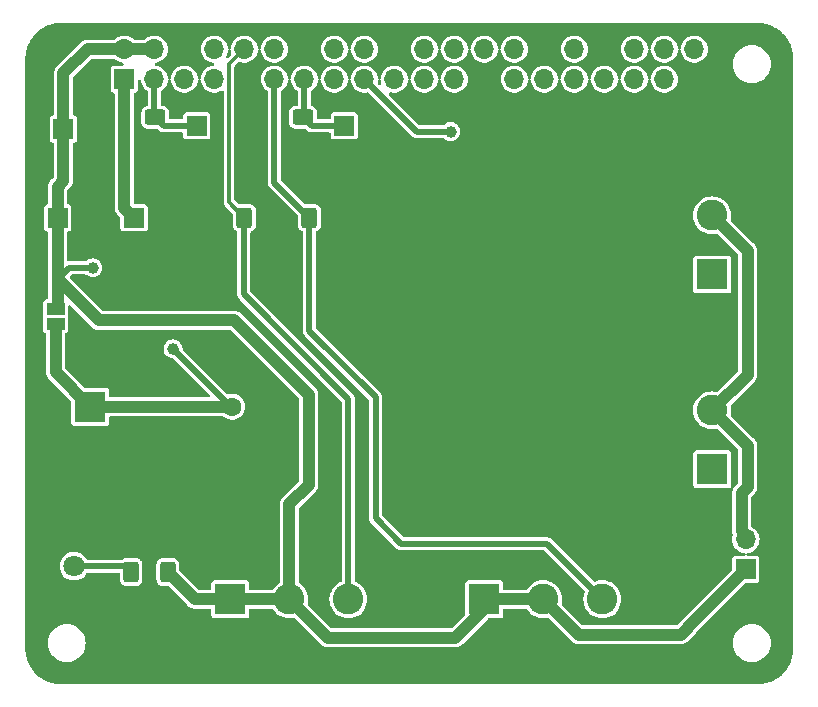
<source format=gbr>
%TF.GenerationSoftware,KiCad,Pcbnew,7.0.1*%
%TF.CreationDate,2024-01-31T00:22:47-07:00*%
%TF.ProjectId,Portal Gun PiHAT,506f7274-616c-4204-9775-6e2050694841,rev?*%
%TF.SameCoordinates,Original*%
%TF.FileFunction,Copper,L1,Top*%
%TF.FilePolarity,Positive*%
%FSLAX46Y46*%
G04 Gerber Fmt 4.6, Leading zero omitted, Abs format (unit mm)*
G04 Created by KiCad (PCBNEW 7.0.1) date 2024-01-31 00:22:47*
%MOMM*%
%LPD*%
G01*
G04 APERTURE LIST*
G04 Aperture macros list*
%AMRoundRect*
0 Rectangle with rounded corners*
0 $1 Rounding radius*
0 $2 $3 $4 $5 $6 $7 $8 $9 X,Y pos of 4 corners*
0 Add a 4 corners polygon primitive as box body*
4,1,4,$2,$3,$4,$5,$6,$7,$8,$9,$2,$3,0*
0 Add four circle primitives for the rounded corners*
1,1,$1+$1,$2,$3*
1,1,$1+$1,$4,$5*
1,1,$1+$1,$6,$7*
1,1,$1+$1,$8,$9*
0 Add four rect primitives between the rounded corners*
20,1,$1+$1,$2,$3,$4,$5,0*
20,1,$1+$1,$4,$5,$6,$7,0*
20,1,$1+$1,$6,$7,$8,$9,0*
20,1,$1+$1,$8,$9,$2,$3,0*%
G04 Aperture macros list end*
%TA.AperFunction,ComponentPad*%
%ADD10R,1.700000X1.700000*%
%TD*%
%TA.AperFunction,ComponentPad*%
%ADD11O,1.700000X1.700000*%
%TD*%
%TA.AperFunction,SMDPad,CuDef*%
%ADD12R,1.500000X1.000000*%
%TD*%
%TA.AperFunction,ComponentPad*%
%ADD13R,1.800000X1.800000*%
%TD*%
%TA.AperFunction,ComponentPad*%
%ADD14C,1.800000*%
%TD*%
%TA.AperFunction,ComponentPad*%
%ADD15R,2.600000X2.600000*%
%TD*%
%TA.AperFunction,ComponentPad*%
%ADD16C,2.600000*%
%TD*%
%TA.AperFunction,SMDPad,CuDef*%
%ADD17C,1.000000*%
%TD*%
%TA.AperFunction,SMDPad,CuDef*%
%ADD18RoundRect,0.250000X0.625000X-0.400000X0.625000X0.400000X-0.625000X0.400000X-0.625000X-0.400000X0*%
%TD*%
%TA.AperFunction,SMDPad,CuDef*%
%ADD19RoundRect,0.250000X-0.400000X-0.625000X0.400000X-0.625000X0.400000X0.625000X-0.400000X0.625000X0*%
%TD*%
%TA.AperFunction,SMDPad,CuDef*%
%ADD20RoundRect,0.250000X0.400000X0.625000X-0.400000X0.625000X-0.400000X-0.625000X0.400000X-0.625000X0*%
%TD*%
%TA.AperFunction,ComponentPad*%
%ADD21C,1.600000*%
%TD*%
%TA.AperFunction,Conductor*%
%ADD22C,0.500000*%
%TD*%
%TA.AperFunction,Conductor*%
%ADD23C,1.000000*%
%TD*%
%TA.AperFunction,Conductor*%
%ADD24C,0.300000*%
%TD*%
G04 APERTURE END LIST*
D10*
%TO.P,J1,1,Pin_1*%
%TO.N,+5V*%
X102725000Y-60500000D03*
D11*
%TO.P,J1,2,Pin_2*%
%TO.N,GND*%
X105265000Y-60500000D03*
%TD*%
D10*
%TO.P,SW2,1,1*%
%TO.N,GPIO_SPARE_2*%
X114500000Y-52725000D03*
D11*
%TO.P,SW2,2,2*%
%TO.N,GND*%
X114500000Y-55265000D03*
%TD*%
D12*
%TO.P,JP1,1,A*%
%TO.N,+5V*%
X102550000Y-68200000D03*
%TO.P,JP1,2,B*%
%TO.N,VIN*%
X102550000Y-69500000D03*
%TD*%
D13*
%TO.P,D1,1,K*%
%TO.N,GND*%
X101575000Y-90000000D03*
D14*
%TO.P,D1,2,A*%
%TO.N,Net-(D1-A)*%
X104115000Y-90000000D03*
%TD*%
D15*
%TO.P,J6,1,Pin_1*%
%TO.N,LED_FWD_GPIO*%
X158150000Y-65300000D03*
D16*
%TO.P,J6,2,Pin_2*%
%TO.N,LED_PWR*%
X158150000Y-60300000D03*
%TO.P,J6,3,Pin_3*%
%TO.N,GND*%
X158150000Y-55300000D03*
%TD*%
D17*
%TO.P,TP2,1,1*%
%TO.N,+3V3*%
X136000000Y-53200000D03*
%TD*%
D18*
%TO.P,R1,1*%
%TO.N,GND*%
X123500000Y-55100000D03*
%TO.P,R1,2*%
%TO.N,GPIO_SPARE_1*%
X123500000Y-52000000D03*
%TD*%
D15*
%TO.P,J8,1,Pin_1*%
%TO.N,+5V*%
X117350000Y-92800000D03*
D16*
%TO.P,J8,2,Pin_2*%
X122350000Y-92800000D03*
%TO.P,J8,3,Pin_3*%
%TO.N,PB2_GPIO_WHT*%
X127350000Y-92800000D03*
%TO.P,J8,4,Pin_4*%
%TO.N,GND*%
X132350000Y-92800000D03*
%TD*%
D19*
%TO.P,R5,1*%
%TO.N,GND*%
X115450000Y-60500000D03*
%TO.P,R5,2*%
%TO.N,PB2_GPIO_WHT*%
X118550000Y-60500000D03*
%TD*%
D20*
%TO.P,R3,1*%
%TO.N,+5V*%
X112050000Y-90500000D03*
%TO.P,R3,2*%
%TO.N,Net-(D1-A)*%
X108950000Y-90500000D03*
%TD*%
D17*
%TO.P,TP4,1,1*%
%TO.N,GND*%
X113000000Y-86000000D03*
%TD*%
D15*
%TO.P,J2,1,Pin_1*%
%TO.N,VIN*%
X105500000Y-76500000D03*
D16*
%TO.P,J2,2,Pin_2*%
%TO.N,GND*%
X105500000Y-81500000D03*
%TD*%
D17*
%TO.P,TP3,1,1*%
%TO.N,VIN*%
X112500000Y-71600000D03*
%TD*%
D21*
%TO.P,C1,1*%
%TO.N,VIN*%
X117500000Y-76500000D03*
%TO.P,C1,2*%
%TO.N,GND*%
X117500000Y-81500000D03*
%TD*%
D19*
%TO.P,R4,1*%
%TO.N,GND*%
X120950000Y-60500000D03*
%TO.P,R4,2*%
%TO.N,PB1_GPIO_WHT*%
X124050000Y-60500000D03*
%TD*%
D10*
%TO.P,J4,1,Pin_1*%
%TO.N,+3V3*%
X109200000Y-60500000D03*
D11*
%TO.P,J4,2,Pin_2*%
%TO.N,GND*%
X111740000Y-60500000D03*
%TD*%
D17*
%TO.P,TP1,1,1*%
%TO.N,+5V*%
X105700000Y-64750000D03*
%TD*%
D15*
%TO.P,J9,1,Pin_1*%
%TO.N,LED_AFT_GPIO*%
X158150000Y-81800000D03*
D16*
%TO.P,J9,2,Pin_2*%
%TO.N,LED_PWR*%
X158150000Y-76800000D03*
%TO.P,J9,3,Pin_3*%
%TO.N,GND*%
X158150000Y-71800000D03*
%TD*%
D10*
%TO.P,J5,1,Pin_1*%
%TO.N,+5V*%
X103225000Y-53000000D03*
D11*
%TO.P,J5,2,Pin_2*%
%TO.N,GND*%
X105765000Y-53000000D03*
%TD*%
D15*
%TO.P,J7,1,Pin_1*%
%TO.N,+5V*%
X138850000Y-92800000D03*
D16*
%TO.P,J7,2,Pin_2*%
X143850000Y-92800000D03*
%TO.P,J7,3,Pin_3*%
%TO.N,PB1_GPIO_WHT*%
X148850000Y-92800000D03*
%TO.P,J7,4,Pin_4*%
%TO.N,GND*%
X153850000Y-92800000D03*
%TD*%
D10*
%TO.P,SW1,1,1*%
%TO.N,GPIO_SPARE_1*%
X127000000Y-52725000D03*
D11*
%TO.P,SW1,2,2*%
%TO.N,GND*%
X127000000Y-55265000D03*
%TD*%
D10*
%TO.P,SW3,1*%
%TO.N,+5V*%
X161000000Y-90275000D03*
D11*
%TO.P,SW3,2*%
%TO.N,LED_PWR*%
X161000000Y-87735000D03*
%TD*%
D18*
%TO.P,R2,1*%
%TO.N,GND*%
X111000000Y-55100000D03*
%TO.P,R2,2*%
%TO.N,GPIO_SPARE_2*%
X111000000Y-52000000D03*
%TD*%
D10*
%TO.P,J3,1,Pin_1*%
%TO.N,+3V3*%
X108370000Y-48770000D03*
D11*
%TO.P,J3,2,Pin_2*%
%TO.N,+5V*%
X108370000Y-46230000D03*
%TO.P,J3,3,Pin_3*%
%TO.N,GPIO_SPARE_2*%
X110910000Y-48770000D03*
%TO.P,J3,4,Pin_4*%
%TO.N,+5V*%
X110910000Y-46230000D03*
%TO.P,J3,5,Pin_5*%
%TO.N,/GPIO3{slash}SCL1*%
X113450000Y-48770000D03*
%TO.P,J3,6,Pin_6*%
%TO.N,GND*%
X113450000Y-46230000D03*
%TO.P,J3,7,Pin_7*%
%TO.N,/GPIO4{slash}GPCLK0*%
X115990000Y-48770000D03*
%TO.P,J3,8,Pin_8*%
%TO.N,/GPIO14{slash}TXD0*%
X115990000Y-46230000D03*
%TO.P,J3,9,Pin_9*%
%TO.N,GND*%
X118530000Y-48770000D03*
%TO.P,J3,10,Pin_10*%
%TO.N,PB2_GPIO_WHT*%
X118530000Y-46230000D03*
%TO.P,J3,11,Pin_11*%
%TO.N,PB1_GPIO_WHT*%
X121070000Y-48770000D03*
%TO.P,J3,12,Pin_12*%
%TO.N,LED_AFT_GPIO*%
X121070000Y-46230000D03*
%TO.P,J3,13,Pin_13*%
%TO.N,GPIO_SPARE_1*%
X123610000Y-48770000D03*
%TO.P,J3,14,Pin_14*%
%TO.N,GND*%
X123610000Y-46230000D03*
%TO.P,J3,15,Pin_15*%
%TO.N,/GPIO22*%
X126150000Y-48770000D03*
%TO.P,J3,16,Pin_16*%
%TO.N,/GPIO23*%
X126150000Y-46230000D03*
%TO.P,J3,17,Pin_17*%
%TO.N,+3V3*%
X128690000Y-48770000D03*
%TO.P,J3,18,Pin_18*%
%TO.N,/GPIO24*%
X128690000Y-46230000D03*
%TO.P,J3,19,Pin_19*%
%TO.N,/GPIO10{slash}SPI0.MOSI*%
X131230000Y-48770000D03*
%TO.P,J3,20,Pin_20*%
%TO.N,GND*%
X131230000Y-46230000D03*
%TO.P,J3,21,Pin_21*%
%TO.N,/GPIO9{slash}SPI0.MISO*%
X133770000Y-48770000D03*
%TO.P,J3,22,Pin_22*%
%TO.N,/GPIO25*%
X133770000Y-46230000D03*
%TO.P,J3,23,Pin_23*%
%TO.N,/GPIO11{slash}SPI0.SCLK*%
X136310000Y-48770000D03*
%TO.P,J3,24,Pin_24*%
%TO.N,/GPIO8{slash}SPI0.CE0*%
X136310000Y-46230000D03*
%TO.P,J3,25,Pin_25*%
%TO.N,GND*%
X138850000Y-48770000D03*
%TO.P,J3,26,Pin_26*%
%TO.N,/GPIO7{slash}SPI0.CE1*%
X138850000Y-46230000D03*
%TO.P,J3,27,Pin_27*%
%TO.N,/ID_SDA*%
X141390000Y-48770000D03*
%TO.P,J3,28,Pin_28*%
%TO.N,/ID_SCL*%
X141390000Y-46230000D03*
%TO.P,J3,29,Pin_29*%
%TO.N,/GPIO5*%
X143930000Y-48770000D03*
%TO.P,J3,30,Pin_30*%
%TO.N,GND*%
X143930000Y-46230000D03*
%TO.P,J3,31,Pin_31*%
%TO.N,/GPIO6*%
X146470000Y-48770000D03*
%TO.P,J3,32,Pin_32*%
%TO.N,/GPIO12{slash}PWM0*%
X146470000Y-46230000D03*
%TO.P,J3,33,Pin_33*%
%TO.N,/GPIO13{slash}PWM1*%
X149010000Y-48770000D03*
%TO.P,J3,34,Pin_34*%
%TO.N,GND*%
X149010000Y-46230000D03*
%TO.P,J3,35,Pin_35*%
%TO.N,/GPIO19{slash}PCM.FS*%
X151550000Y-48770000D03*
%TO.P,J3,36,Pin_36*%
%TO.N,/GPIO16*%
X151550000Y-46230000D03*
%TO.P,J3,37,Pin_37*%
%TO.N,/GPIO26*%
X154090000Y-48770000D03*
%TO.P,J3,38,Pin_38*%
%TO.N,/GPIO20{slash}PCM.DIN*%
X154090000Y-46230000D03*
%TO.P,J3,39,Pin_39*%
%TO.N,GND*%
X156630000Y-48770000D03*
%TO.P,J3,40,Pin_40*%
%TO.N,LED_FWD_GPIO*%
X156630000Y-46230000D03*
%TD*%
D22*
%TO.N,GND*%
X105500000Y-85050000D02*
X105500000Y-81500000D01*
X111000000Y-55100000D02*
X111740000Y-55840000D01*
X111740000Y-55840000D02*
X111740000Y-60500000D01*
X115450000Y-56215000D02*
X115450000Y-60500000D01*
X127000000Y-55265000D02*
X136935000Y-55265000D01*
X118530000Y-58080000D02*
X118530000Y-48770000D01*
X105450000Y-86125000D02*
X105450000Y-85100000D01*
X127000000Y-55265000D02*
X123665000Y-55265000D01*
X136935000Y-55265000D02*
X138850000Y-53350000D01*
X114500000Y-55265000D02*
X111165000Y-55265000D01*
D23*
X154850000Y-55300000D02*
X153900000Y-56250000D01*
D22*
X111165000Y-55265000D02*
X111000000Y-55100000D01*
X111740000Y-61385000D02*
X111740000Y-60500000D01*
D23*
X158150000Y-55300000D02*
X154850000Y-55300000D01*
D22*
X105765000Y-60000000D02*
X105265000Y-60500000D01*
X105265000Y-60500000D02*
X107165000Y-62400000D01*
X105450000Y-85100000D02*
X105500000Y-85050000D01*
D23*
X153900000Y-67550000D02*
X158150000Y-71800000D01*
D22*
X105765000Y-53000000D02*
X105765000Y-60000000D01*
X101575000Y-90000000D02*
X105450000Y-86125000D01*
X113000000Y-86000000D02*
X117500000Y-81500000D01*
X120950000Y-60500000D02*
X118530000Y-58080000D01*
D23*
X153900000Y-56250000D02*
X153900000Y-67550000D01*
D22*
X107165000Y-62400000D02*
X110725000Y-62400000D01*
X138850000Y-53350000D02*
X138850000Y-48770000D01*
X114500000Y-55265000D02*
X115450000Y-56215000D01*
X110725000Y-62400000D02*
X111740000Y-61385000D01*
X123665000Y-55265000D02*
X123500000Y-55100000D01*
D23*
%TO.N,+5V*%
X108370000Y-46230000D02*
X105270000Y-46230000D01*
D22*
X103700000Y-64750000D02*
X102725000Y-65725000D01*
D23*
X136400000Y-96050000D02*
X138850000Y-93600000D01*
X122350000Y-84750000D02*
X122350000Y-92800000D01*
X146850000Y-95800000D02*
X155500000Y-95800000D01*
X124000000Y-83100000D02*
X122350000Y-84750000D01*
X103225000Y-53000000D02*
X103225000Y-57375000D01*
X125600000Y-96050000D02*
X136400000Y-96050000D01*
X105270000Y-46230000D02*
X103225000Y-48275000D01*
X138850000Y-92800000D02*
X143850000Y-92800000D01*
X155500000Y-95800000D02*
X156100000Y-95200000D01*
D22*
X105700000Y-64750000D02*
X103700000Y-64750000D01*
D23*
X102725000Y-65725000D02*
X106200000Y-69200000D01*
X110910000Y-46230000D02*
X108370000Y-46230000D01*
X114350000Y-92800000D02*
X112050000Y-90500000D01*
X138850000Y-93600000D02*
X138850000Y-92800000D01*
X122350000Y-92800000D02*
X117350000Y-92800000D01*
X124000000Y-75500000D02*
X124000000Y-83100000D01*
X117350000Y-92800000D02*
X114350000Y-92800000D01*
X102725000Y-60500000D02*
X102725000Y-68025000D01*
X156100000Y-95175000D02*
X161000000Y-90275000D01*
X106200000Y-69200000D02*
X117700000Y-69200000D01*
X156100000Y-95200000D02*
X156100000Y-95175000D01*
X143850000Y-92800000D02*
X146850000Y-95800000D01*
X103225000Y-48275000D02*
X103225000Y-53000000D01*
X103225000Y-57375000D02*
X102725000Y-57875000D01*
X117700000Y-69200000D02*
X124000000Y-75500000D01*
X102725000Y-68025000D02*
X102550000Y-68200000D01*
X122350000Y-92800000D02*
X125600000Y-96050000D01*
X102725000Y-57875000D02*
X102725000Y-60500000D01*
D22*
%TO.N,+3V3*%
X128690000Y-48770000D02*
X133120000Y-53200000D01*
D23*
X108370000Y-48770000D02*
X108370000Y-59670000D01*
D22*
X133120000Y-53200000D02*
X136000000Y-53200000D01*
D23*
X108370000Y-59670000D02*
X109200000Y-60500000D01*
%TO.N,VIN*%
X102550000Y-69500000D02*
X102550000Y-73550000D01*
X117500000Y-76500000D02*
X105500000Y-76500000D01*
D22*
X112500000Y-71600000D02*
X117400000Y-76500000D01*
X117400000Y-76500000D02*
X117500000Y-76500000D01*
D23*
X102550000Y-73550000D02*
X105500000Y-76500000D01*
D22*
%TO.N,Net-(D1-A)*%
X104115000Y-90000000D02*
X108450000Y-90000000D01*
X108450000Y-90000000D02*
X108950000Y-90500000D01*
%TO.N,GPIO_SPARE_2*%
X114500000Y-52725000D02*
X111725000Y-52725000D01*
X111725000Y-52725000D02*
X111000000Y-52000000D01*
X110910000Y-51910000D02*
X111000000Y-52000000D01*
X110910000Y-48770000D02*
X110910000Y-51910000D01*
D24*
%TO.N,PB2_GPIO_WHT*%
X118530000Y-46230000D02*
X117250000Y-47510000D01*
X117250000Y-47510000D02*
X117250000Y-59200000D01*
D22*
X127350000Y-75850000D02*
X127350000Y-92800000D01*
X118550000Y-60500000D02*
X118500000Y-60550000D01*
X118500000Y-67000000D02*
X127350000Y-75850000D01*
X118500000Y-60550000D02*
X118500000Y-67000000D01*
D24*
X117250000Y-59200000D02*
X118550000Y-60500000D01*
D22*
%TO.N,PB1_GPIO_WHT*%
X121070000Y-57520000D02*
X124050000Y-60500000D01*
X129650000Y-75700000D02*
X129650000Y-85950000D01*
X144150000Y-88100000D02*
X148850000Y-92800000D01*
X124050000Y-60500000D02*
X124050000Y-70100000D01*
X121070000Y-48770000D02*
X121070000Y-57520000D01*
X129650000Y-85950000D02*
X131800000Y-88100000D01*
X124050000Y-70100000D02*
X129650000Y-75700000D01*
X131800000Y-88100000D02*
X144150000Y-88100000D01*
%TO.N,GPIO_SPARE_1*%
X123610000Y-48770000D02*
X123610000Y-51890000D01*
X127000000Y-52725000D02*
X124225000Y-52725000D01*
X124225000Y-52725000D02*
X123500000Y-52000000D01*
X123610000Y-51890000D02*
X123500000Y-52000000D01*
D23*
%TO.N,LED_PWR*%
X161150000Y-79800000D02*
X161150000Y-83300000D01*
X161150000Y-83300000D02*
X160650000Y-83800000D01*
X161150000Y-63300000D02*
X161150000Y-73800000D01*
X158150000Y-76800000D02*
X161150000Y-79800000D01*
X161150000Y-73800000D02*
X158150000Y-76800000D01*
X160650000Y-83800000D02*
X160650000Y-87035000D01*
X158150000Y-60300000D02*
X161150000Y-63300000D01*
%TD*%
%TA.AperFunction,Conductor*%
%TO.N,GND*%
G36*
X162003243Y-44000669D02*
G01*
X162133379Y-44007490D01*
X162313908Y-44017628D01*
X162326309Y-44018955D01*
X162474990Y-44042504D01*
X162476245Y-44042709D01*
X162635324Y-44069738D01*
X162646606Y-44072202D01*
X162795635Y-44112134D01*
X162797761Y-44112725D01*
X162949174Y-44156347D01*
X162959260Y-44159729D01*
X163104710Y-44215562D01*
X163107599Y-44216714D01*
X163251768Y-44276430D01*
X163260594Y-44280500D01*
X163400064Y-44351565D01*
X163403748Y-44353521D01*
X163493848Y-44403316D01*
X163539548Y-44428574D01*
X163547061Y-44433081D01*
X163678754Y-44518604D01*
X163682947Y-44521452D01*
X163809147Y-44610996D01*
X163815428Y-44615759D01*
X163937567Y-44714665D01*
X163942158Y-44718571D01*
X164057424Y-44821579D01*
X164062478Y-44826358D01*
X164173640Y-44937520D01*
X164178419Y-44942574D01*
X164281427Y-45057840D01*
X164285333Y-45062431D01*
X164384239Y-45184570D01*
X164389002Y-45190851D01*
X164478546Y-45317051D01*
X164481409Y-45321266D01*
X164566907Y-45452921D01*
X164571430Y-45460460D01*
X164646477Y-45596250D01*
X164648433Y-45599934D01*
X164719498Y-45739404D01*
X164723575Y-45748247D01*
X164783259Y-45892337D01*
X164784462Y-45895353D01*
X164840265Y-46040727D01*
X164843655Y-46050836D01*
X164887258Y-46202185D01*
X164887879Y-46204419D01*
X164927791Y-46353370D01*
X164930264Y-46364694D01*
X164957282Y-46523715D01*
X164957507Y-46525087D01*
X164981040Y-46673666D01*
X164982372Y-46686111D01*
X164992498Y-46866421D01*
X164992523Y-46866884D01*
X164999330Y-46996757D01*
X164999500Y-47003247D01*
X164999500Y-96996753D01*
X164999330Y-97003243D01*
X164992523Y-97133114D01*
X164992498Y-97133577D01*
X164982372Y-97313887D01*
X164981040Y-97326332D01*
X164957507Y-97474911D01*
X164957282Y-97476283D01*
X164930264Y-97635304D01*
X164927791Y-97646628D01*
X164887879Y-97795579D01*
X164887258Y-97797813D01*
X164843655Y-97949162D01*
X164840265Y-97959271D01*
X164784462Y-98104645D01*
X164783259Y-98107661D01*
X164723575Y-98251751D01*
X164719498Y-98260594D01*
X164648433Y-98400064D01*
X164646477Y-98403748D01*
X164571430Y-98539538D01*
X164566897Y-98547094D01*
X164481412Y-98678728D01*
X164478546Y-98682947D01*
X164389002Y-98809147D01*
X164384239Y-98815428D01*
X164285333Y-98937567D01*
X164281427Y-98942158D01*
X164178419Y-99057424D01*
X164173640Y-99062478D01*
X164062478Y-99173640D01*
X164057424Y-99178419D01*
X163942158Y-99281427D01*
X163937567Y-99285333D01*
X163815428Y-99384239D01*
X163809147Y-99389002D01*
X163682947Y-99478546D01*
X163678728Y-99481412D01*
X163547094Y-99566897D01*
X163539538Y-99571430D01*
X163403748Y-99646477D01*
X163400064Y-99648433D01*
X163260594Y-99719498D01*
X163251751Y-99723575D01*
X163107661Y-99783259D01*
X163104645Y-99784462D01*
X162959271Y-99840265D01*
X162949162Y-99843655D01*
X162797813Y-99887258D01*
X162795579Y-99887879D01*
X162646628Y-99927791D01*
X162635304Y-99930264D01*
X162476283Y-99957282D01*
X162474911Y-99957507D01*
X162326332Y-99981040D01*
X162313887Y-99982372D01*
X162133577Y-99992498D01*
X162133114Y-99992523D01*
X162003243Y-99999330D01*
X161996753Y-99999500D01*
X103003247Y-99999500D01*
X102996757Y-99999330D01*
X102866884Y-99992523D01*
X102866421Y-99992498D01*
X102686111Y-99982372D01*
X102673666Y-99981040D01*
X102525087Y-99957507D01*
X102523715Y-99957282D01*
X102364694Y-99930264D01*
X102353370Y-99927791D01*
X102204419Y-99887879D01*
X102202185Y-99887258D01*
X102050836Y-99843655D01*
X102040727Y-99840265D01*
X101895353Y-99784462D01*
X101892337Y-99783259D01*
X101748247Y-99723575D01*
X101739404Y-99719498D01*
X101599934Y-99648433D01*
X101596250Y-99646477D01*
X101460460Y-99571430D01*
X101452921Y-99566907D01*
X101321266Y-99481409D01*
X101317051Y-99478546D01*
X101190851Y-99389002D01*
X101184570Y-99384239D01*
X101062431Y-99285333D01*
X101057840Y-99281427D01*
X100942574Y-99178419D01*
X100937520Y-99173640D01*
X100826358Y-99062478D01*
X100821579Y-99057424D01*
X100718571Y-98942158D01*
X100714665Y-98937567D01*
X100615759Y-98815428D01*
X100610996Y-98809147D01*
X100521452Y-98682947D01*
X100518604Y-98678754D01*
X100433081Y-98547061D01*
X100428568Y-98539538D01*
X100353521Y-98403748D01*
X100351565Y-98400064D01*
X100280500Y-98260594D01*
X100276430Y-98251768D01*
X100216714Y-98107599D01*
X100215562Y-98104710D01*
X100159729Y-97959260D01*
X100156347Y-97949174D01*
X100112725Y-97797761D01*
X100112134Y-97795635D01*
X100072202Y-97646606D01*
X100069738Y-97635324D01*
X100042709Y-97476245D01*
X100042491Y-97474911D01*
X100018955Y-97326309D01*
X100017628Y-97313908D01*
X100007485Y-97133285D01*
X100007476Y-97133114D01*
X100000669Y-97003243D01*
X100000500Y-96996755D01*
X100000500Y-96500000D01*
X101894551Y-96500000D01*
X101914317Y-96751149D01*
X101973126Y-96996110D01*
X102021330Y-97112484D01*
X102069534Y-97228859D01*
X102201164Y-97443659D01*
X102364776Y-97635224D01*
X102556341Y-97798836D01*
X102771141Y-97930466D01*
X103003889Y-98026873D01*
X103248852Y-98085683D01*
X103437118Y-98100500D01*
X103562879Y-98100500D01*
X103562882Y-98100500D01*
X103751148Y-98085683D01*
X103996111Y-98026873D01*
X104228859Y-97930466D01*
X104443659Y-97798836D01*
X104635224Y-97635224D01*
X104798836Y-97443659D01*
X104930466Y-97228859D01*
X105026873Y-96996111D01*
X105085683Y-96751148D01*
X105105449Y-96500000D01*
X105085683Y-96248852D01*
X105026873Y-96003889D01*
X104930466Y-95771141D01*
X104798836Y-95556341D01*
X104635224Y-95364776D01*
X104443659Y-95201164D01*
X104228859Y-95069534D01*
X104112485Y-95021330D01*
X103996110Y-94973126D01*
X103751149Y-94914317D01*
X103704081Y-94910612D01*
X103562882Y-94899500D01*
X103437118Y-94899500D01*
X103324158Y-94908390D01*
X103248850Y-94914317D01*
X103003889Y-94973126D01*
X102771139Y-95069535D01*
X102556342Y-95201163D01*
X102364776Y-95364776D01*
X102201163Y-95556342D01*
X102069535Y-95771139D01*
X101973126Y-96003889D01*
X101914317Y-96248850D01*
X101894551Y-96500000D01*
X100000500Y-96500000D01*
X100000500Y-90000000D01*
X102909357Y-90000000D01*
X102929885Y-90221537D01*
X102990769Y-90435526D01*
X103089941Y-90634688D01*
X103224019Y-90812237D01*
X103388437Y-90962124D01*
X103577595Y-91079245D01*
X103577597Y-91079245D01*
X103577599Y-91079247D01*
X103785060Y-91159618D01*
X104003757Y-91200500D01*
X104226241Y-91200500D01*
X104226243Y-91200500D01*
X104444940Y-91159618D01*
X104652401Y-91079247D01*
X104841562Y-90962124D01*
X105005981Y-90812236D01*
X105140058Y-90634689D01*
X105147756Y-90619228D01*
X105193479Y-90569073D01*
X105258757Y-90550500D01*
X107875500Y-90550500D01*
X107937500Y-90567113D01*
X107982887Y-90612500D01*
X107999500Y-90674500D01*
X107999500Y-91168102D01*
X108004811Y-91212333D01*
X108010123Y-91256567D01*
X108057698Y-91377206D01*
X108065639Y-91397342D01*
X108086991Y-91425499D01*
X108157077Y-91517922D01*
X108217367Y-91563641D01*
X108277658Y-91609361D01*
X108334786Y-91631889D01*
X108418432Y-91664876D01*
X108418434Y-91664876D01*
X108418436Y-91664877D01*
X108506898Y-91675500D01*
X109393099Y-91675500D01*
X109393102Y-91675500D01*
X109481564Y-91664877D01*
X109481821Y-91664776D01*
X109508085Y-91654418D01*
X109622342Y-91609361D01*
X109742922Y-91517922D01*
X109834361Y-91397342D01*
X109883346Y-91273126D01*
X109889876Y-91256567D01*
X109889876Y-91256566D01*
X109889877Y-91256564D01*
X109900500Y-91168102D01*
X109900500Y-89831898D01*
X109889877Y-89743436D01*
X109889876Y-89743434D01*
X109889876Y-89743432D01*
X109834361Y-89602659D01*
X109834361Y-89602658D01*
X109788641Y-89542368D01*
X109742922Y-89482077D01*
X109663416Y-89421786D01*
X109622342Y-89390639D01*
X109622340Y-89390638D01*
X109481567Y-89335123D01*
X109437332Y-89329811D01*
X109393102Y-89324500D01*
X108506898Y-89324500D01*
X108468985Y-89329052D01*
X108418432Y-89335123D01*
X108277659Y-89390638D01*
X108233264Y-89424304D01*
X108197863Y-89443032D01*
X108158339Y-89449500D01*
X105258757Y-89449500D01*
X105193479Y-89430927D01*
X105147757Y-89380772D01*
X105140058Y-89365311D01*
X105005980Y-89187762D01*
X104841562Y-89037875D01*
X104652404Y-88920754D01*
X104543620Y-88878611D01*
X104444940Y-88840382D01*
X104226243Y-88799500D01*
X104003757Y-88799500D01*
X103785059Y-88840382D01*
X103785060Y-88840382D01*
X103577595Y-88920754D01*
X103388437Y-89037875D01*
X103224019Y-89187762D01*
X103089941Y-89365311D01*
X102990769Y-89564473D01*
X102929885Y-89778462D01*
X102909357Y-90000000D01*
X100000500Y-90000000D01*
X100000500Y-70044867D01*
X101499500Y-70044867D01*
X101502414Y-70069988D01*
X101547795Y-70172767D01*
X101627234Y-70252206D01*
X101675586Y-70273556D01*
X101714521Y-70300669D01*
X101740423Y-70340421D01*
X101749500Y-70386990D01*
X101749500Y-73640196D01*
X101758017Y-73677518D01*
X101760345Y-73691219D01*
X101764631Y-73729252D01*
X101777272Y-73765380D01*
X101781119Y-73778736D01*
X101789638Y-73816058D01*
X101806250Y-73850553D01*
X101811570Y-73863398D01*
X101824209Y-73899520D01*
X101834770Y-73916327D01*
X101844576Y-73931933D01*
X101851298Y-73944095D01*
X101867908Y-73978586D01*
X101891772Y-74008510D01*
X101899818Y-74019850D01*
X101920184Y-74052262D01*
X103863181Y-75995259D01*
X103890061Y-76035487D01*
X103899500Y-76082940D01*
X103899500Y-77844867D01*
X103902414Y-77869988D01*
X103947795Y-77972767D01*
X104027232Y-78052204D01*
X104027233Y-78052204D01*
X104027235Y-78052206D01*
X104130009Y-78097585D01*
X104155135Y-78100500D01*
X106844864Y-78100499D01*
X106844867Y-78100499D01*
X106857427Y-78099042D01*
X106869991Y-78097585D01*
X106972765Y-78052206D01*
X107052206Y-77972765D01*
X107097585Y-77869991D01*
X107100500Y-77844865D01*
X107100500Y-77424500D01*
X107117113Y-77362500D01*
X107162500Y-77317113D01*
X107224500Y-77300500D01*
X116696541Y-77300500D01*
X116741335Y-77308874D01*
X116780076Y-77332860D01*
X116826682Y-77375347D01*
X116833961Y-77381983D01*
X117007361Y-77489347D01*
X117007363Y-77489348D01*
X117197544Y-77563024D01*
X117398024Y-77600500D01*
X117601974Y-77600500D01*
X117601976Y-77600500D01*
X117802456Y-77563024D01*
X117992637Y-77489348D01*
X118166041Y-77381981D01*
X118316764Y-77244579D01*
X118439673Y-77081821D01*
X118439673Y-77081819D01*
X118439675Y-77081818D01*
X118485313Y-76990161D01*
X118530582Y-76899250D01*
X118586397Y-76703083D01*
X118605215Y-76500000D01*
X118586397Y-76296917D01*
X118530582Y-76100750D01*
X118515838Y-76071139D01*
X118439675Y-75918181D01*
X118316763Y-75755419D01*
X118166041Y-75618018D01*
X117992638Y-75510652D01*
X117802457Y-75436976D01*
X117711198Y-75419917D01*
X117601976Y-75399500D01*
X117398024Y-75399500D01*
X117375674Y-75403678D01*
X117192668Y-75437886D01*
X117133204Y-75434448D01*
X117082203Y-75403678D01*
X113339680Y-71661155D01*
X113315641Y-71627276D01*
X113304141Y-71587358D01*
X113285368Y-71420748D01*
X113285368Y-71420745D01*
X113225789Y-71250478D01*
X113129816Y-71097738D01*
X113129815Y-71097737D01*
X113129814Y-71097735D01*
X113002264Y-70970185D01*
X112939867Y-70930978D01*
X112849522Y-70874211D01*
X112679255Y-70814632D01*
X112679253Y-70814631D01*
X112679251Y-70814631D01*
X112500000Y-70794434D01*
X112320748Y-70814631D01*
X112320745Y-70814631D01*
X112320745Y-70814632D01*
X112150478Y-70874211D01*
X112150476Y-70874211D01*
X112150476Y-70874212D01*
X111997735Y-70970185D01*
X111870185Y-71097735D01*
X111774212Y-71250476D01*
X111714631Y-71420748D01*
X111694434Y-71599999D01*
X111714631Y-71779251D01*
X111714631Y-71779253D01*
X111714632Y-71779255D01*
X111774211Y-71949522D01*
X111774212Y-71949523D01*
X111870185Y-72102264D01*
X111997735Y-72229814D01*
X111997737Y-72229815D01*
X111997738Y-72229816D01*
X112150478Y-72325789D01*
X112320745Y-72385368D01*
X112397257Y-72393988D01*
X112487358Y-72404141D01*
X112527276Y-72415641D01*
X112561155Y-72439680D01*
X114150218Y-74028743D01*
X115609295Y-75487819D01*
X115639545Y-75537182D01*
X115644087Y-75594898D01*
X115621932Y-75648385D01*
X115577909Y-75685985D01*
X115521614Y-75699500D01*
X107224499Y-75699500D01*
X107162499Y-75682887D01*
X107117112Y-75637500D01*
X107100499Y-75575500D01*
X107100499Y-75155133D01*
X107097585Y-75130011D01*
X107097585Y-75130009D01*
X107052206Y-75027235D01*
X107052204Y-75027233D01*
X107052204Y-75027232D01*
X106972767Y-74947795D01*
X106972765Y-74947794D01*
X106869991Y-74902415D01*
X106844865Y-74899500D01*
X106844864Y-74899500D01*
X105082940Y-74899500D01*
X105035487Y-74890061D01*
X104995259Y-74863181D01*
X103386819Y-73254741D01*
X103359939Y-73214513D01*
X103350500Y-73167060D01*
X103350500Y-70386990D01*
X103359577Y-70340421D01*
X103385479Y-70300669D01*
X103424414Y-70273556D01*
X103472765Y-70252206D01*
X103552204Y-70172767D01*
X103552203Y-70172767D01*
X103552206Y-70172765D01*
X103597585Y-70069991D01*
X103600500Y-70044865D01*
X103600499Y-68955136D01*
X103597585Y-68930009D01*
X103584372Y-68900085D01*
X103573806Y-68849999D01*
X103584372Y-68799914D01*
X103597585Y-68769991D01*
X103600500Y-68744865D01*
X103600499Y-68031937D01*
X103614014Y-67975644D01*
X103651614Y-67931621D01*
X103705101Y-67909466D01*
X103762817Y-67914008D01*
X103812180Y-67944258D01*
X105570184Y-69702262D01*
X105688535Y-69820613D01*
X105697738Y-69829816D01*
X105730143Y-69850177D01*
X105741486Y-69858225D01*
X105771414Y-69882092D01*
X105805895Y-69898697D01*
X105818066Y-69905423D01*
X105850480Y-69925790D01*
X105886608Y-69938432D01*
X105899450Y-69943750D01*
X105933938Y-69960359D01*
X105933939Y-69960360D01*
X105971250Y-69968876D01*
X105984611Y-69972725D01*
X106020745Y-69985368D01*
X106058776Y-69989653D01*
X106072481Y-69991981D01*
X106109806Y-70000500D01*
X106155046Y-70000500D01*
X106290194Y-70000500D01*
X117317060Y-70000500D01*
X117364513Y-70009939D01*
X117404741Y-70036819D01*
X123163181Y-75795259D01*
X123190061Y-75835487D01*
X123199500Y-75882940D01*
X123199500Y-82717060D01*
X123190061Y-82764513D01*
X123163181Y-82804741D01*
X121847738Y-84120184D01*
X121784982Y-84182940D01*
X121720184Y-84247737D01*
X121699817Y-84280151D01*
X121691772Y-84291489D01*
X121667908Y-84321413D01*
X121651300Y-84355899D01*
X121644576Y-84368064D01*
X121624211Y-84400475D01*
X121611565Y-84436613D01*
X121606246Y-84449453D01*
X121589639Y-84483938D01*
X121581118Y-84521268D01*
X121577270Y-84534623D01*
X121564631Y-84570743D01*
X121560345Y-84608780D01*
X121558017Y-84622480D01*
X121549500Y-84659803D01*
X121549500Y-91343993D01*
X121533689Y-91404582D01*
X121490290Y-91449720D01*
X121406342Y-91501163D01*
X121214776Y-91664776D01*
X121051163Y-91856342D01*
X120999720Y-91940290D01*
X120954582Y-91983689D01*
X120893993Y-91999500D01*
X119074499Y-91999500D01*
X119012499Y-91982887D01*
X118967112Y-91937500D01*
X118950499Y-91875500D01*
X118950499Y-91455133D01*
X118947585Y-91430011D01*
X118947585Y-91430009D01*
X118902206Y-91327235D01*
X118902204Y-91327233D01*
X118902204Y-91327232D01*
X118822767Y-91247795D01*
X118822765Y-91247794D01*
X118719991Y-91202415D01*
X118694865Y-91199500D01*
X118694863Y-91199500D01*
X116005132Y-91199500D01*
X115980011Y-91202414D01*
X115877232Y-91247795D01*
X115797795Y-91327232D01*
X115752415Y-91430009D01*
X115749500Y-91455136D01*
X115749500Y-91875500D01*
X115732887Y-91937500D01*
X115687500Y-91982887D01*
X115625500Y-91999500D01*
X114732940Y-91999500D01*
X114685487Y-91990061D01*
X114645259Y-91963181D01*
X113036819Y-90354741D01*
X113009939Y-90314513D01*
X113000500Y-90267060D01*
X113000500Y-89831901D01*
X112994083Y-89778462D01*
X112989877Y-89743436D01*
X112989876Y-89743434D01*
X112989876Y-89743432D01*
X112934361Y-89602659D01*
X112934361Y-89602658D01*
X112888641Y-89542368D01*
X112842922Y-89482077D01*
X112763416Y-89421786D01*
X112722342Y-89390639D01*
X112722340Y-89390638D01*
X112581567Y-89335123D01*
X112537332Y-89329811D01*
X112493102Y-89324500D01*
X111606898Y-89324500D01*
X111568985Y-89329052D01*
X111518432Y-89335123D01*
X111377659Y-89390638D01*
X111257077Y-89482077D01*
X111165638Y-89602659D01*
X111110123Y-89743432D01*
X111104052Y-89793985D01*
X111099500Y-89831898D01*
X111099500Y-91168102D01*
X111104811Y-91212333D01*
X111110123Y-91256567D01*
X111157698Y-91377206D01*
X111165639Y-91397342D01*
X111186991Y-91425499D01*
X111257077Y-91517922D01*
X111317367Y-91563641D01*
X111377658Y-91609361D01*
X111434786Y-91631889D01*
X111518432Y-91664876D01*
X111518434Y-91664876D01*
X111518436Y-91664877D01*
X111606898Y-91675500D01*
X112042060Y-91675500D01*
X112089513Y-91684939D01*
X112129741Y-91711819D01*
X113720184Y-93302262D01*
X113847737Y-93429815D01*
X113847738Y-93429816D01*
X113880143Y-93450177D01*
X113891486Y-93458225D01*
X113921414Y-93482092D01*
X113955895Y-93498697D01*
X113968066Y-93505423D01*
X114000480Y-93525790D01*
X114036608Y-93538432D01*
X114049450Y-93543750D01*
X114083939Y-93560360D01*
X114121250Y-93568876D01*
X114134611Y-93572725D01*
X114170745Y-93585368D01*
X114208776Y-93589653D01*
X114222481Y-93591981D01*
X114259806Y-93600500D01*
X114305046Y-93600500D01*
X114440194Y-93600500D01*
X115625501Y-93600500D01*
X115687501Y-93617113D01*
X115732888Y-93662500D01*
X115749501Y-93724500D01*
X115749501Y-94144867D01*
X115752414Y-94169988D01*
X115752414Y-94169990D01*
X115752415Y-94169991D01*
X115779117Y-94230466D01*
X115797795Y-94272767D01*
X115877232Y-94352204D01*
X115877233Y-94352204D01*
X115877235Y-94352206D01*
X115980009Y-94397585D01*
X116005135Y-94400500D01*
X118694864Y-94400499D01*
X118694867Y-94400499D01*
X118707427Y-94399041D01*
X118719991Y-94397585D01*
X118822765Y-94352206D01*
X118902206Y-94272765D01*
X118947585Y-94169991D01*
X118950500Y-94144865D01*
X118950500Y-93724500D01*
X118967113Y-93662500D01*
X119012500Y-93617113D01*
X119074500Y-93600500D01*
X120893993Y-93600500D01*
X120954582Y-93616311D01*
X120999719Y-93659709D01*
X121051164Y-93743659D01*
X121214776Y-93935224D01*
X121406341Y-94098836D01*
X121621141Y-94230466D01*
X121853889Y-94326873D01*
X122098852Y-94385683D01*
X122350000Y-94405449D01*
X122601148Y-94385683D01*
X122696886Y-94362698D01*
X122759490Y-94363927D01*
X122813512Y-94395590D01*
X124970184Y-96552262D01*
X125097735Y-96679813D01*
X125097738Y-96679816D01*
X125130143Y-96700177D01*
X125141486Y-96708225D01*
X125171414Y-96732092D01*
X125205895Y-96748697D01*
X125218066Y-96755423D01*
X125250480Y-96775790D01*
X125286608Y-96788432D01*
X125299450Y-96793750D01*
X125333935Y-96810358D01*
X125333939Y-96810360D01*
X125371250Y-96818876D01*
X125384611Y-96822725D01*
X125420745Y-96835368D01*
X125458776Y-96839653D01*
X125472481Y-96841981D01*
X125509806Y-96850500D01*
X125555046Y-96850500D01*
X125690194Y-96850500D01*
X136309806Y-96850500D01*
X136444954Y-96850500D01*
X136490194Y-96850500D01*
X136490195Y-96850500D01*
X136501009Y-96848031D01*
X136527520Y-96841980D01*
X136541197Y-96839655D01*
X136579255Y-96835368D01*
X136615399Y-96822720D01*
X136628721Y-96818882D01*
X136666061Y-96810360D01*
X136700549Y-96793750D01*
X136713391Y-96788431D01*
X136749522Y-96775789D01*
X136781932Y-96755423D01*
X136794103Y-96748697D01*
X136828587Y-96732091D01*
X136858515Y-96708222D01*
X136869834Y-96700190D01*
X136902262Y-96679816D01*
X137029816Y-96552262D01*
X139145259Y-94436817D01*
X139185487Y-94409938D01*
X139232940Y-94400499D01*
X140194867Y-94400499D01*
X140207427Y-94399041D01*
X140219991Y-94397585D01*
X140322765Y-94352206D01*
X140402206Y-94272765D01*
X140447585Y-94169991D01*
X140450500Y-94144865D01*
X140450500Y-93724500D01*
X140467113Y-93662500D01*
X140512500Y-93617113D01*
X140574500Y-93600500D01*
X142393993Y-93600500D01*
X142454582Y-93616311D01*
X142499719Y-93659709D01*
X142551164Y-93743659D01*
X142714776Y-93935224D01*
X142906341Y-94098836D01*
X143121141Y-94230466D01*
X143353889Y-94326873D01*
X143598852Y-94385683D01*
X143850000Y-94405449D01*
X144101148Y-94385683D01*
X144196886Y-94362698D01*
X144259490Y-94363927D01*
X144313513Y-94395591D01*
X146211500Y-96293577D01*
X146211502Y-96293580D01*
X146220184Y-96302261D01*
X146220184Y-96302262D01*
X146347738Y-96429816D01*
X146380156Y-96450185D01*
X146391490Y-96458228D01*
X146421414Y-96482092D01*
X146455898Y-96498699D01*
X146468068Y-96505424D01*
X146468070Y-96505426D01*
X146500480Y-96525790D01*
X146536597Y-96538428D01*
X146549441Y-96543748D01*
X146580499Y-96558703D01*
X146583939Y-96560360D01*
X146621276Y-96568881D01*
X146634613Y-96572725D01*
X146670745Y-96585368D01*
X146708776Y-96589653D01*
X146722481Y-96591981D01*
X146759806Y-96600500D01*
X146805046Y-96600500D01*
X146940195Y-96600500D01*
X155409806Y-96600500D01*
X155544954Y-96600500D01*
X155590194Y-96600500D01*
X155590195Y-96600500D01*
X155601009Y-96598031D01*
X155627520Y-96591980D01*
X155641197Y-96589655D01*
X155679255Y-96585368D01*
X155715399Y-96572720D01*
X155728721Y-96568882D01*
X155766061Y-96560360D01*
X155800549Y-96543750D01*
X155813391Y-96538431D01*
X155849522Y-96525789D01*
X155881932Y-96505423D01*
X155891745Y-96500000D01*
X159894551Y-96500000D01*
X159914317Y-96751149D01*
X159973126Y-96996110D01*
X160021330Y-97112485D01*
X160069534Y-97228859D01*
X160201164Y-97443659D01*
X160364776Y-97635224D01*
X160556341Y-97798836D01*
X160771141Y-97930466D01*
X161003889Y-98026873D01*
X161248852Y-98085683D01*
X161437118Y-98100500D01*
X161562879Y-98100500D01*
X161562882Y-98100500D01*
X161751148Y-98085683D01*
X161996111Y-98026873D01*
X162228859Y-97930466D01*
X162443659Y-97798836D01*
X162635224Y-97635224D01*
X162798836Y-97443659D01*
X162930466Y-97228859D01*
X163026873Y-96996111D01*
X163085683Y-96751148D01*
X163105449Y-96500000D01*
X163085683Y-96248852D01*
X163026873Y-96003889D01*
X162930466Y-95771141D01*
X162798836Y-95556341D01*
X162635224Y-95364776D01*
X162443659Y-95201164D01*
X162228859Y-95069534D01*
X162112485Y-95021330D01*
X161996110Y-94973126D01*
X161751149Y-94914317D01*
X161704081Y-94910612D01*
X161562882Y-94899500D01*
X161437118Y-94899500D01*
X161324158Y-94908390D01*
X161248850Y-94914317D01*
X161003889Y-94973126D01*
X160771139Y-95069535D01*
X160556342Y-95201163D01*
X160364776Y-95364776D01*
X160201163Y-95556342D01*
X160069535Y-95771139D01*
X159973126Y-96003889D01*
X159914317Y-96248850D01*
X159894551Y-96500000D01*
X155891745Y-96500000D01*
X155894103Y-96498697D01*
X155928587Y-96482091D01*
X155958515Y-96458222D01*
X155969834Y-96450190D01*
X156002262Y-96429816D01*
X156129816Y-96302262D01*
X156697826Y-95734252D01*
X156729815Y-95702263D01*
X156729816Y-95702262D01*
X156750182Y-95669847D01*
X156758222Y-95658515D01*
X156782091Y-95628587D01*
X156782091Y-95628586D01*
X156790806Y-95617659D01*
X156791951Y-95618572D01*
X156800332Y-95606744D01*
X160945259Y-91461817D01*
X160985487Y-91434938D01*
X161032940Y-91425499D01*
X161894867Y-91425499D01*
X161907427Y-91424042D01*
X161919991Y-91422585D01*
X162022765Y-91377206D01*
X162102206Y-91297765D01*
X162147585Y-91194991D01*
X162150500Y-91169865D01*
X162150499Y-89380136D01*
X162147585Y-89355009D01*
X162102206Y-89252235D01*
X162102204Y-89252233D01*
X162102204Y-89252232D01*
X162022767Y-89172795D01*
X162022765Y-89172794D01*
X161919991Y-89127415D01*
X161894864Y-89124500D01*
X161166242Y-89124500D01*
X161107578Y-89109746D01*
X161062875Y-89068993D01*
X161042771Y-89011941D01*
X161052050Y-88952167D01*
X161088503Y-88903894D01*
X161143453Y-88878612D01*
X161316198Y-88846321D01*
X161515019Y-88769298D01*
X161696302Y-88657052D01*
X161853872Y-88513407D01*
X161982366Y-88343255D01*
X161982366Y-88343253D01*
X161982368Y-88343252D01*
X162030080Y-88247430D01*
X162077405Y-88152389D01*
X162135756Y-87947310D01*
X162155429Y-87735000D01*
X162135756Y-87522690D01*
X162135755Y-87522688D01*
X162112550Y-87441132D01*
X162077405Y-87317611D01*
X162076043Y-87314876D01*
X161982368Y-87126747D01*
X161853873Y-86956594D01*
X161853872Y-86956593D01*
X161696302Y-86812948D01*
X161645498Y-86781491D01*
X161509222Y-86697112D01*
X161466171Y-86652024D01*
X161450500Y-86591685D01*
X161450500Y-84182940D01*
X161459939Y-84135487D01*
X161486819Y-84095259D01*
X161779814Y-83802264D01*
X161779814Y-83802263D01*
X161779816Y-83802262D01*
X161800184Y-83769845D01*
X161808219Y-83758521D01*
X161832092Y-83728586D01*
X161848704Y-83694088D01*
X161855423Y-83681931D01*
X161875789Y-83649522D01*
X161888433Y-83613385D01*
X161893747Y-83600556D01*
X161910360Y-83566061D01*
X161918882Y-83528721D01*
X161922720Y-83515399D01*
X161935368Y-83479255D01*
X161939655Y-83441197D01*
X161941980Y-83427520D01*
X161950500Y-83390194D01*
X161950500Y-83209806D01*
X161950500Y-79755046D01*
X161950500Y-79709806D01*
X161941981Y-79672481D01*
X161939653Y-79658776D01*
X161935368Y-79620745D01*
X161922725Y-79584613D01*
X161918881Y-79571276D01*
X161910360Y-79533939D01*
X161908703Y-79530499D01*
X161893748Y-79499441D01*
X161888428Y-79486597D01*
X161875790Y-79450480D01*
X161855425Y-79418069D01*
X161848699Y-79405898D01*
X161832092Y-79371414D01*
X161808228Y-79341490D01*
X161800185Y-79330156D01*
X161779816Y-79297738D01*
X161652262Y-79170184D01*
X161643582Y-79161504D01*
X161643577Y-79161500D01*
X159745591Y-77263513D01*
X159713927Y-77209490D01*
X159712698Y-77146886D01*
X159735683Y-77051148D01*
X159755449Y-76800000D01*
X159735683Y-76548852D01*
X159712697Y-76453113D01*
X159713928Y-76390507D01*
X159745589Y-76336487D01*
X161652259Y-74429817D01*
X161652262Y-74429816D01*
X161779816Y-74302262D01*
X161800187Y-74269839D01*
X161808228Y-74258509D01*
X161832090Y-74228588D01*
X161832092Y-74228586D01*
X161848705Y-74194086D01*
X161855423Y-74181931D01*
X161875789Y-74149522D01*
X161888433Y-74113385D01*
X161893747Y-74100556D01*
X161910360Y-74066061D01*
X161918882Y-74028721D01*
X161922720Y-74015399D01*
X161935368Y-73979255D01*
X161939655Y-73941197D01*
X161941980Y-73927520D01*
X161950500Y-73890194D01*
X161950500Y-73709805D01*
X161950500Y-63255046D01*
X161950500Y-63209806D01*
X161941981Y-63172481D01*
X161939653Y-63158776D01*
X161935368Y-63120745D01*
X161922725Y-63084613D01*
X161918881Y-63071276D01*
X161910360Y-63033939D01*
X161908703Y-63030499D01*
X161893748Y-62999441D01*
X161888428Y-62986597D01*
X161875790Y-62950480D01*
X161855425Y-62918069D01*
X161848699Y-62905898D01*
X161832092Y-62871414D01*
X161808228Y-62841490D01*
X161800185Y-62830156D01*
X161779816Y-62797738D01*
X161652262Y-62670184D01*
X161643582Y-62661504D01*
X161643577Y-62661500D01*
X159745591Y-60763513D01*
X159713927Y-60709490D01*
X159712698Y-60646886D01*
X159735683Y-60551148D01*
X159755449Y-60300000D01*
X159735683Y-60048852D01*
X159676873Y-59803889D01*
X159580466Y-59571141D01*
X159448836Y-59356341D01*
X159285224Y-59164776D01*
X159093659Y-59001164D01*
X158878859Y-58869534D01*
X158762485Y-58821330D01*
X158646110Y-58773126D01*
X158401149Y-58714317D01*
X158150000Y-58694551D01*
X157898850Y-58714317D01*
X157653889Y-58773126D01*
X157421139Y-58869535D01*
X157206342Y-59001163D01*
X157014776Y-59164776D01*
X156851163Y-59356342D01*
X156719535Y-59571139D01*
X156623126Y-59803889D01*
X156564317Y-60048850D01*
X156544551Y-60300000D01*
X156564317Y-60551149D01*
X156623126Y-60796110D01*
X156671330Y-60912485D01*
X156719534Y-61028859D01*
X156851164Y-61243659D01*
X157014776Y-61435224D01*
X157206341Y-61598836D01*
X157421141Y-61730466D01*
X157653889Y-61826873D01*
X157898852Y-61885683D01*
X158150000Y-61905449D01*
X158401148Y-61885683D01*
X158496886Y-61862698D01*
X158559490Y-61863927D01*
X158613513Y-61895591D01*
X160313181Y-63595258D01*
X160340061Y-63635486D01*
X160349500Y-63682939D01*
X160349500Y-73417061D01*
X160340061Y-73464514D01*
X160313181Y-73504742D01*
X158613512Y-75204408D01*
X158559490Y-75236071D01*
X158496884Y-75237301D01*
X158482880Y-75233939D01*
X158466408Y-75229984D01*
X158401149Y-75214317D01*
X158150000Y-75194551D01*
X157898850Y-75214317D01*
X157653889Y-75273126D01*
X157455225Y-75355416D01*
X157433920Y-75364241D01*
X157421139Y-75369535D01*
X157206342Y-75501163D01*
X157014776Y-75664776D01*
X156851163Y-75856342D01*
X156719535Y-76071139D01*
X156623126Y-76303889D01*
X156564317Y-76548850D01*
X156544551Y-76799999D01*
X156564317Y-77051149D01*
X156623126Y-77296110D01*
X156631826Y-77317113D01*
X156719534Y-77528859D01*
X156851164Y-77743659D01*
X157014776Y-77935224D01*
X157206341Y-78098836D01*
X157421141Y-78230466D01*
X157653889Y-78326873D01*
X157898852Y-78385683D01*
X158150000Y-78405449D01*
X158401148Y-78385683D01*
X158496886Y-78362698D01*
X158559490Y-78363927D01*
X158613513Y-78395591D01*
X160313181Y-80095258D01*
X160340061Y-80135486D01*
X160349500Y-80182939D01*
X160349500Y-82917060D01*
X160340061Y-82964513D01*
X160313183Y-83004738D01*
X160173058Y-83144863D01*
X160130297Y-83187624D01*
X160130295Y-83187626D01*
X160020185Y-83297735D01*
X159999817Y-83330151D01*
X159991772Y-83341489D01*
X159967908Y-83371413D01*
X159951300Y-83405899D01*
X159944576Y-83418064D01*
X159924211Y-83450475D01*
X159911565Y-83486613D01*
X159906246Y-83499453D01*
X159889639Y-83533938D01*
X159881118Y-83571268D01*
X159877270Y-83584623D01*
X159864631Y-83620743D01*
X159860345Y-83658780D01*
X159858017Y-83672480D01*
X159849500Y-83709803D01*
X159849500Y-87079957D01*
X159864631Y-87214253D01*
X159899840Y-87314876D01*
X159906743Y-87352148D01*
X159902064Y-87389764D01*
X159864244Y-87522688D01*
X159844571Y-87735000D01*
X159864243Y-87947310D01*
X159922595Y-88152390D01*
X160017631Y-88343252D01*
X160146126Y-88513405D01*
X160146128Y-88513407D01*
X160303698Y-88657052D01*
X160484981Y-88769298D01*
X160683802Y-88846321D01*
X160856546Y-88878612D01*
X160911496Y-88903894D01*
X160947950Y-88952166D01*
X160957229Y-89011941D01*
X160937125Y-89068993D01*
X160892422Y-89109745D01*
X160833758Y-89124500D01*
X160105132Y-89124500D01*
X160080011Y-89127414D01*
X159977232Y-89172795D01*
X159897795Y-89252232D01*
X159852415Y-89355009D01*
X159849500Y-89380136D01*
X159849500Y-90242059D01*
X159840061Y-90289512D01*
X159813181Y-90329740D01*
X155470184Y-94672736D01*
X155449815Y-94705152D01*
X155441773Y-94716486D01*
X155409205Y-94757328D01*
X155408066Y-94756420D01*
X155399671Y-94768250D01*
X155204741Y-94963181D01*
X155164513Y-94990061D01*
X155117060Y-94999500D01*
X147232939Y-94999500D01*
X147185486Y-94990061D01*
X147145258Y-94963181D01*
X145445591Y-93263513D01*
X145413927Y-93209490D01*
X145412698Y-93146886D01*
X145435683Y-93051148D01*
X145455449Y-92800000D01*
X145435683Y-92548852D01*
X145376873Y-92303889D01*
X145280466Y-92071141D01*
X145148836Y-91856341D01*
X144985224Y-91664776D01*
X144793659Y-91501164D01*
X144578859Y-91369534D01*
X144447921Y-91315298D01*
X144346110Y-91273126D01*
X144101149Y-91214317D01*
X143850000Y-91194551D01*
X143598850Y-91214317D01*
X143353889Y-91273126D01*
X143121139Y-91369535D01*
X142906342Y-91501163D01*
X142714776Y-91664776D01*
X142551163Y-91856342D01*
X142499720Y-91940290D01*
X142454582Y-91983689D01*
X142393993Y-91999500D01*
X140574499Y-91999500D01*
X140512499Y-91982887D01*
X140467112Y-91937500D01*
X140450499Y-91875500D01*
X140450499Y-91455133D01*
X140447585Y-91430011D01*
X140447585Y-91430009D01*
X140402206Y-91327235D01*
X140402204Y-91327233D01*
X140402204Y-91327232D01*
X140322767Y-91247795D01*
X140322765Y-91247794D01*
X140219991Y-91202415D01*
X140194865Y-91199500D01*
X140194863Y-91199500D01*
X137505132Y-91199500D01*
X137480011Y-91202414D01*
X137377232Y-91247795D01*
X137297795Y-91327232D01*
X137252415Y-91430009D01*
X137249500Y-91455136D01*
X137249500Y-94017059D01*
X137240061Y-94064512D01*
X137213181Y-94104740D01*
X136104741Y-95213181D01*
X136064513Y-95240061D01*
X136017060Y-95249500D01*
X125982940Y-95249500D01*
X125935487Y-95240061D01*
X125895259Y-95213181D01*
X123945591Y-93263513D01*
X123913927Y-93209490D01*
X123912698Y-93146886D01*
X123935683Y-93051148D01*
X123955449Y-92800000D01*
X123935683Y-92548852D01*
X123876873Y-92303889D01*
X123780466Y-92071141D01*
X123648836Y-91856341D01*
X123485224Y-91664776D01*
X123293659Y-91501164D01*
X123209709Y-91449719D01*
X123166311Y-91404582D01*
X123150500Y-91343993D01*
X123150500Y-85132940D01*
X123159939Y-85085487D01*
X123186819Y-85045259D01*
X124634605Y-83597473D01*
X124636629Y-83591418D01*
X124650186Y-83569842D01*
X124658216Y-83558523D01*
X124682091Y-83528587D01*
X124698704Y-83494088D01*
X124705413Y-83481948D01*
X124725789Y-83449522D01*
X124738432Y-83413388D01*
X124743752Y-83400545D01*
X124743774Y-83400499D01*
X124760359Y-83366061D01*
X124768876Y-83328742D01*
X124772720Y-83315398D01*
X124785368Y-83279255D01*
X124789655Y-83241201D01*
X124791982Y-83227512D01*
X124800500Y-83190196D01*
X124800500Y-75409804D01*
X124795781Y-75389132D01*
X124791980Y-75372481D01*
X124789655Y-75358800D01*
X124785368Y-75320745D01*
X124775972Y-75293892D01*
X124772724Y-75284610D01*
X124768875Y-75271249D01*
X124768324Y-75268837D01*
X124760359Y-75233939D01*
X124743754Y-75199458D01*
X124738433Y-75186614D01*
X124725789Y-75150478D01*
X124705418Y-75118058D01*
X124698698Y-75105899D01*
X124682091Y-75071413D01*
X124682090Y-75071412D01*
X124682090Y-75071411D01*
X124658225Y-75041486D01*
X124650177Y-75030143D01*
X124629816Y-74997738D01*
X124579872Y-74947794D01*
X124502262Y-74870184D01*
X124502261Y-74870183D01*
X118234252Y-68602174D01*
X118202262Y-68570184D01*
X118169851Y-68549818D01*
X118158510Y-68541772D01*
X118128586Y-68517908D01*
X118094095Y-68501298D01*
X118081933Y-68494576D01*
X118066327Y-68484770D01*
X118049520Y-68474209D01*
X118013398Y-68461570D01*
X118000553Y-68456250D01*
X117966058Y-68439638D01*
X117928736Y-68431119D01*
X117915380Y-68427272D01*
X117879252Y-68414631D01*
X117841219Y-68410345D01*
X117827518Y-68408017D01*
X117790196Y-68399500D01*
X117790194Y-68399500D01*
X117744954Y-68399500D01*
X106582940Y-68399500D01*
X106535487Y-68390061D01*
X106495259Y-68363181D01*
X103767982Y-65635904D01*
X103735888Y-65580317D01*
X103735888Y-65516129D01*
X103767982Y-65460542D01*
X103891705Y-65336819D01*
X103931933Y-65309939D01*
X103979386Y-65300500D01*
X105067060Y-65300500D01*
X105114513Y-65309939D01*
X105154742Y-65336820D01*
X105197736Y-65379815D01*
X105197738Y-65379816D01*
X105350478Y-65475789D01*
X105520745Y-65535368D01*
X105700000Y-65555565D01*
X105879255Y-65535368D01*
X106049522Y-65475789D01*
X106202262Y-65379816D01*
X106329816Y-65252262D01*
X106425789Y-65099522D01*
X106485368Y-64929255D01*
X106505565Y-64750000D01*
X106485368Y-64570745D01*
X106425789Y-64400478D01*
X106329816Y-64247738D01*
X106329815Y-64247737D01*
X106329814Y-64247735D01*
X106202264Y-64120185D01*
X106139867Y-64080978D01*
X106049522Y-64024211D01*
X105879255Y-63964632D01*
X105879253Y-63964631D01*
X105879251Y-63964631D01*
X105700000Y-63944434D01*
X105520748Y-63964631D01*
X105520745Y-63964631D01*
X105520745Y-63964632D01*
X105350478Y-64024211D01*
X105350476Y-64024211D01*
X105350476Y-64024212D01*
X105197736Y-64120184D01*
X105154742Y-64163180D01*
X105114513Y-64190061D01*
X105067060Y-64199500D01*
X103711522Y-64199500D01*
X103707290Y-64199428D01*
X103702553Y-64199266D01*
X103645266Y-64197309D01*
X103585071Y-64179329D01*
X103541414Y-64134155D01*
X103525500Y-64073381D01*
X103525500Y-61771893D01*
X103539807Y-61714071D01*
X103579426Y-61669591D01*
X103635213Y-61648718D01*
X103644991Y-61647585D01*
X103747765Y-61602206D01*
X103827206Y-61522765D01*
X103872585Y-61419991D01*
X103875500Y-61394865D01*
X103875499Y-59605136D01*
X103872585Y-59580009D01*
X103827206Y-59477235D01*
X103827204Y-59477233D01*
X103827204Y-59477232D01*
X103747767Y-59397795D01*
X103644990Y-59352414D01*
X103635209Y-59351280D01*
X103579422Y-59330405D01*
X103539806Y-59285926D01*
X103525500Y-59228106D01*
X103525500Y-58257940D01*
X103534939Y-58210487D01*
X103561819Y-58170259D01*
X103854814Y-57877264D01*
X103854814Y-57877263D01*
X103854816Y-57877262D01*
X103875184Y-57844845D01*
X103883219Y-57833521D01*
X103907092Y-57803586D01*
X103923704Y-57769088D01*
X103930423Y-57756931D01*
X103950789Y-57724522D01*
X103963433Y-57688385D01*
X103968747Y-57675556D01*
X103985360Y-57641061D01*
X103993882Y-57603721D01*
X103997720Y-57590399D01*
X104010368Y-57554255D01*
X104014655Y-57516197D01*
X104016980Y-57502520D01*
X104025500Y-57465194D01*
X104025500Y-57284806D01*
X104025500Y-54271893D01*
X104039807Y-54214071D01*
X104079426Y-54169591D01*
X104135213Y-54148718D01*
X104144991Y-54147585D01*
X104247765Y-54102206D01*
X104327206Y-54022765D01*
X104372585Y-53919991D01*
X104375500Y-53894865D01*
X104375499Y-52105136D01*
X104372585Y-52080009D01*
X104327206Y-51977235D01*
X104327204Y-51977233D01*
X104327204Y-51977232D01*
X104247767Y-51897795D01*
X104144990Y-51852414D01*
X104135209Y-51851280D01*
X104079422Y-51830405D01*
X104039806Y-51785926D01*
X104025500Y-51728106D01*
X104025500Y-48657940D01*
X104034939Y-48610487D01*
X104061819Y-48570259D01*
X105565259Y-47066819D01*
X105605487Y-47039939D01*
X105652940Y-47030500D01*
X107492324Y-47030500D01*
X107537118Y-47038873D01*
X107575862Y-47062863D01*
X107673695Y-47152050D01*
X107673697Y-47152051D01*
X107673698Y-47152052D01*
X107854981Y-47264298D01*
X108053802Y-47341321D01*
X108226546Y-47373612D01*
X108281496Y-47398894D01*
X108317950Y-47447166D01*
X108327229Y-47506941D01*
X108307125Y-47563993D01*
X108262422Y-47604745D01*
X108203758Y-47619500D01*
X107475132Y-47619500D01*
X107450011Y-47622414D01*
X107347232Y-47667795D01*
X107267795Y-47747232D01*
X107222415Y-47850009D01*
X107219500Y-47875136D01*
X107219500Y-49664867D01*
X107222414Y-49689988D01*
X107222414Y-49689990D01*
X107222415Y-49689991D01*
X107244125Y-49739159D01*
X107267795Y-49792767D01*
X107347232Y-49872204D01*
X107347233Y-49872204D01*
X107347235Y-49872206D01*
X107396943Y-49894154D01*
X107450009Y-49917585D01*
X107459791Y-49918720D01*
X107515578Y-49939595D01*
X107555194Y-49984074D01*
X107569500Y-50041894D01*
X107569500Y-59760196D01*
X107578017Y-59797518D01*
X107580345Y-59811219D01*
X107584631Y-59849252D01*
X107597272Y-59885380D01*
X107601119Y-59898736D01*
X107609638Y-59936058D01*
X107626250Y-59970553D01*
X107631570Y-59983398D01*
X107644209Y-60019520D01*
X107654770Y-60036327D01*
X107664576Y-60051933D01*
X107671298Y-60064095D01*
X107687908Y-60098586D01*
X107711771Y-60128509D01*
X107719818Y-60139850D01*
X107740185Y-60172264D01*
X107772174Y-60204252D01*
X108013181Y-60445259D01*
X108040061Y-60485487D01*
X108049500Y-60532940D01*
X108049500Y-61394867D01*
X108052414Y-61419988D01*
X108097795Y-61522767D01*
X108177232Y-61602204D01*
X108177233Y-61602204D01*
X108177235Y-61602206D01*
X108280009Y-61647585D01*
X108305135Y-61650500D01*
X110094864Y-61650499D01*
X110094867Y-61650499D01*
X110107427Y-61649042D01*
X110119991Y-61647585D01*
X110222765Y-61602206D01*
X110302206Y-61522765D01*
X110347585Y-61419991D01*
X110350500Y-61394865D01*
X110350499Y-59605136D01*
X110347585Y-59580009D01*
X110302206Y-59477235D01*
X110302204Y-59477233D01*
X110302204Y-59477232D01*
X110222767Y-59397795D01*
X110206558Y-59390638D01*
X110119991Y-59352415D01*
X110094865Y-59349500D01*
X110094864Y-59349500D01*
X109294500Y-59349500D01*
X109232500Y-59332887D01*
X109187113Y-59287500D01*
X109170500Y-59225500D01*
X109170500Y-50041893D01*
X109184807Y-49984071D01*
X109224426Y-49939591D01*
X109280213Y-49918718D01*
X109289991Y-49917585D01*
X109392765Y-49872206D01*
X109472206Y-49792765D01*
X109517585Y-49689991D01*
X109520500Y-49664865D01*
X109520499Y-48926046D01*
X109536170Y-48865710D01*
X109579221Y-48820622D01*
X109638772Y-48802181D01*
X109699770Y-48815049D01*
X109746799Y-48855972D01*
X109767970Y-48914607D01*
X109774243Y-48982310D01*
X109832595Y-49187390D01*
X109927631Y-49378252D01*
X110056126Y-49548405D01*
X110056128Y-49548407D01*
X110213698Y-49692052D01*
X110259835Y-49720619D01*
X110300778Y-49745970D01*
X110343829Y-49791058D01*
X110359500Y-49851397D01*
X110359500Y-50936185D01*
X110345271Y-50993859D01*
X110305850Y-51038297D01*
X110250285Y-51059300D01*
X110247418Y-51059644D01*
X110243432Y-51060123D01*
X110102659Y-51115638D01*
X109982077Y-51207077D01*
X109890638Y-51327659D01*
X109835123Y-51468432D01*
X109824500Y-51556901D01*
X109824500Y-52443099D01*
X109835123Y-52531567D01*
X109877909Y-52640061D01*
X109890639Y-52672342D01*
X109921787Y-52713416D01*
X109982077Y-52792922D01*
X110042368Y-52838641D01*
X110102658Y-52884361D01*
X110159786Y-52906889D01*
X110243432Y-52939876D01*
X110243434Y-52939876D01*
X110243436Y-52939877D01*
X110331898Y-52950500D01*
X111120613Y-52950500D01*
X111168066Y-52959939D01*
X111208294Y-52986819D01*
X111327592Y-53106117D01*
X111330534Y-53109161D01*
X111374320Y-53156044D01*
X111409434Y-53177397D01*
X111419914Y-53184530D01*
X111452658Y-53209361D01*
X111469354Y-53215945D01*
X111488281Y-53225345D01*
X111503618Y-53234672D01*
X111503620Y-53234672D01*
X111503621Y-53234673D01*
X111543181Y-53245757D01*
X111555213Y-53249803D01*
X111593436Y-53264876D01*
X111611285Y-53266711D01*
X111632046Y-53270656D01*
X111649335Y-53275500D01*
X111690418Y-53275500D01*
X111703098Y-53276149D01*
X111743972Y-53280352D01*
X111761656Y-53277303D01*
X111782725Y-53275500D01*
X113225501Y-53275500D01*
X113287501Y-53292113D01*
X113332888Y-53337500D01*
X113349501Y-53399500D01*
X113349501Y-53619867D01*
X113352414Y-53644988D01*
X113352414Y-53644990D01*
X113352415Y-53644991D01*
X113395600Y-53742796D01*
X113397795Y-53747767D01*
X113477232Y-53827204D01*
X113477233Y-53827204D01*
X113477235Y-53827206D01*
X113580009Y-53872585D01*
X113605135Y-53875500D01*
X115394864Y-53875499D01*
X115394867Y-53875499D01*
X115407427Y-53874042D01*
X115419991Y-53872585D01*
X115522765Y-53827206D01*
X115602206Y-53747765D01*
X115647585Y-53644991D01*
X115650500Y-53619865D01*
X115650499Y-51830136D01*
X115647585Y-51805009D01*
X115602206Y-51702235D01*
X115602204Y-51702233D01*
X115602204Y-51702232D01*
X115522767Y-51622795D01*
X115522765Y-51622794D01*
X115419991Y-51577415D01*
X115394865Y-51574500D01*
X115394863Y-51574500D01*
X113605132Y-51574500D01*
X113580011Y-51577414D01*
X113477232Y-51622795D01*
X113397795Y-51702232D01*
X113352415Y-51805009D01*
X113349500Y-51830136D01*
X113349500Y-52050500D01*
X113332887Y-52112500D01*
X113287500Y-52157887D01*
X113225500Y-52174500D01*
X112299500Y-52174500D01*
X112237500Y-52157887D01*
X112192113Y-52112500D01*
X112175500Y-52050500D01*
X112175500Y-51556901D01*
X112175500Y-51556898D01*
X112164877Y-51468436D01*
X112164876Y-51468434D01*
X112164876Y-51468432D01*
X112109361Y-51327659D01*
X112109361Y-51327658D01*
X112063641Y-51267368D01*
X112017922Y-51207077D01*
X111938416Y-51146787D01*
X111897342Y-51115639D01*
X111897340Y-51115638D01*
X111756567Y-51060123D01*
X111707782Y-51054265D01*
X111668102Y-51049500D01*
X111668099Y-51049500D01*
X111584500Y-51049500D01*
X111522500Y-51032887D01*
X111477113Y-50987500D01*
X111460500Y-50925500D01*
X111460500Y-49851397D01*
X111476171Y-49791058D01*
X111519222Y-49745970D01*
X111534909Y-49736257D01*
X111606302Y-49692052D01*
X111763872Y-49548407D01*
X111892366Y-49378255D01*
X111892366Y-49378253D01*
X111892368Y-49378252D01*
X111954034Y-49254407D01*
X111987405Y-49187389D01*
X112045756Y-48982310D01*
X112056529Y-48866047D01*
X112076633Y-48808996D01*
X112119410Y-48769999D01*
X112240589Y-48769999D01*
X112283367Y-48808996D01*
X112303471Y-48866048D01*
X112314243Y-48982310D01*
X112372595Y-49187390D01*
X112467631Y-49378252D01*
X112596126Y-49548405D01*
X112596128Y-49548407D01*
X112753698Y-49692052D01*
X112934981Y-49804298D01*
X113133802Y-49881321D01*
X113343390Y-49920500D01*
X113556608Y-49920500D01*
X113556610Y-49920500D01*
X113766198Y-49881321D01*
X113965019Y-49804298D01*
X114146302Y-49692052D01*
X114303872Y-49548407D01*
X114432366Y-49378255D01*
X114432366Y-49378253D01*
X114432368Y-49378252D01*
X114494034Y-49254407D01*
X114527405Y-49187389D01*
X114585756Y-48982310D01*
X114596529Y-48866047D01*
X114616633Y-48808996D01*
X114659410Y-48769999D01*
X114780589Y-48769999D01*
X114823367Y-48808996D01*
X114843471Y-48866048D01*
X114854243Y-48982310D01*
X114912595Y-49187390D01*
X115007631Y-49378252D01*
X115136126Y-49548405D01*
X115136128Y-49548407D01*
X115293698Y-49692052D01*
X115474981Y-49804298D01*
X115673802Y-49881321D01*
X115883390Y-49920500D01*
X116096608Y-49920500D01*
X116096610Y-49920500D01*
X116306198Y-49881321D01*
X116505019Y-49804298D01*
X116541417Y-49781761D01*
X116610223Y-49739159D01*
X116672636Y-49720619D01*
X116735839Y-49736257D01*
X116782407Y-49781761D01*
X116799500Y-49844586D01*
X116799500Y-59167738D01*
X116798720Y-59181622D01*
X116794729Y-59217034D01*
X116805356Y-59273194D01*
X116806130Y-59277751D01*
X116809607Y-59300819D01*
X116815550Y-59340248D01*
X116817163Y-59345148D01*
X116846687Y-59401010D01*
X116848777Y-59405150D01*
X116876184Y-59462060D01*
X116879183Y-59466287D01*
X116923846Y-59510950D01*
X116927063Y-59514289D01*
X116970043Y-59560611D01*
X116984930Y-59572034D01*
X117563181Y-60150284D01*
X117590061Y-60190512D01*
X117599500Y-60237965D01*
X117599500Y-61168099D01*
X117610123Y-61256567D01*
X117664661Y-61394863D01*
X117665639Y-61397342D01*
X117694365Y-61435223D01*
X117757077Y-61517922D01*
X117891238Y-61619659D01*
X117891141Y-61619785D01*
X117912178Y-61633413D01*
X117939789Y-61673982D01*
X117949500Y-61722086D01*
X117949500Y-66988478D01*
X117949428Y-66992711D01*
X117947237Y-67056826D01*
X117956963Y-67096733D01*
X117959334Y-67109207D01*
X117964930Y-67149922D01*
X117972079Y-67166380D01*
X117978819Y-67186421D01*
X117983067Y-67203853D01*
X118003206Y-67239672D01*
X118008852Y-67251039D01*
X118025220Y-67288720D01*
X118033009Y-67298294D01*
X118036542Y-67302637D01*
X118048437Y-67320116D01*
X118057232Y-67335757D01*
X118086285Y-67364810D01*
X118094793Y-67374237D01*
X118120721Y-67406107D01*
X118135378Y-67416453D01*
X118151552Y-67430077D01*
X126763181Y-76041705D01*
X126790061Y-76081933D01*
X126799500Y-76129386D01*
X126799500Y-91212802D01*
X126790061Y-91260255D01*
X126763181Y-91300484D01*
X126722953Y-91327362D01*
X126687159Y-91342188D01*
X126621138Y-91369534D01*
X126406342Y-91501163D01*
X126214776Y-91664776D01*
X126051163Y-91856342D01*
X125919535Y-92071139D01*
X125823126Y-92303889D01*
X125764317Y-92548850D01*
X125744551Y-92800000D01*
X125764317Y-93051149D01*
X125823126Y-93296110D01*
X125871330Y-93412484D01*
X125919534Y-93528859D01*
X126051164Y-93743659D01*
X126214776Y-93935224D01*
X126406341Y-94098836D01*
X126621141Y-94230466D01*
X126853889Y-94326873D01*
X127098852Y-94385683D01*
X127350000Y-94405449D01*
X127601148Y-94385683D01*
X127846111Y-94326873D01*
X128078859Y-94230466D01*
X128293659Y-94098836D01*
X128485224Y-93935224D01*
X128648836Y-93743659D01*
X128780466Y-93528859D01*
X128876873Y-93296111D01*
X128935683Y-93051148D01*
X128955449Y-92800000D01*
X128935683Y-92548852D01*
X128876873Y-92303889D01*
X128780466Y-92071141D01*
X128648836Y-91856341D01*
X128485224Y-91664776D01*
X128293659Y-91501164D01*
X128260264Y-91480699D01*
X128078861Y-91369534D01*
X128017197Y-91343993D01*
X127977046Y-91327362D01*
X127936819Y-91300484D01*
X127909939Y-91260255D01*
X127900500Y-91212802D01*
X127900500Y-75861522D01*
X127900572Y-75857289D01*
X127902762Y-75793174D01*
X127893035Y-75753262D01*
X127890665Y-75740794D01*
X127885070Y-75700080D01*
X127877920Y-75683620D01*
X127871180Y-75663578D01*
X127866933Y-75646148D01*
X127865261Y-75643174D01*
X127846796Y-75610333D01*
X127841148Y-75598963D01*
X127840333Y-75597086D01*
X127824780Y-75561280D01*
X127813458Y-75547364D01*
X127801554Y-75529874D01*
X127792764Y-75514239D01*
X127763718Y-75485194D01*
X127755209Y-75475766D01*
X127729277Y-75443891D01*
X127714612Y-75433539D01*
X127698441Y-75419917D01*
X119086819Y-66808294D01*
X119059939Y-66768066D01*
X119050500Y-66720613D01*
X119050500Y-61761521D01*
X119060211Y-61713417D01*
X119087822Y-61672848D01*
X119129010Y-61646167D01*
X119161351Y-61633413D01*
X119222342Y-61609361D01*
X119342922Y-61517922D01*
X119434361Y-61397342D01*
X119489877Y-61256564D01*
X119500500Y-61168102D01*
X119500500Y-59831898D01*
X119489877Y-59743436D01*
X119489876Y-59743434D01*
X119489876Y-59743432D01*
X119435338Y-59605136D01*
X119434361Y-59602658D01*
X119388641Y-59542367D01*
X119342922Y-59482077D01*
X119263416Y-59421786D01*
X119222342Y-59390639D01*
X119222340Y-59390638D01*
X119081567Y-59335123D01*
X119037332Y-59329811D01*
X118993102Y-59324500D01*
X118106898Y-59324500D01*
X118081660Y-59327530D01*
X118026351Y-59321604D01*
X117979198Y-59292095D01*
X117736819Y-59049716D01*
X117709939Y-59009488D01*
X117700500Y-58962035D01*
X117700500Y-47747966D01*
X117709939Y-47700513D01*
X117736816Y-47660287D01*
X118042777Y-47354325D01*
X118082119Y-47327819D01*
X118128543Y-47318026D01*
X118175247Y-47326385D01*
X118208974Y-47339450D01*
X118213802Y-47341321D01*
X118423390Y-47380500D01*
X118636608Y-47380500D01*
X118636610Y-47380500D01*
X118846198Y-47341321D01*
X119045019Y-47264298D01*
X119226302Y-47152052D01*
X119383872Y-47008407D01*
X119512366Y-46838255D01*
X119512366Y-46838253D01*
X119512368Y-46838252D01*
X119572866Y-46716753D01*
X119607405Y-46647389D01*
X119665756Y-46442310D01*
X119676529Y-46326047D01*
X119696633Y-46268996D01*
X119739410Y-46229999D01*
X119860589Y-46229999D01*
X119903367Y-46268996D01*
X119923471Y-46326048D01*
X119934243Y-46442310D01*
X119992595Y-46647390D01*
X120087631Y-46838252D01*
X120212231Y-47003247D01*
X120216128Y-47008407D01*
X120373698Y-47152052D01*
X120554981Y-47264298D01*
X120753802Y-47341321D01*
X120950613Y-47378111D01*
X121011365Y-47408363D01*
X121047093Y-47466066D01*
X121047093Y-47533934D01*
X121011365Y-47591637D01*
X120950613Y-47621888D01*
X120820475Y-47646215D01*
X120753801Y-47658679D01*
X120554982Y-47735701D01*
X120373698Y-47847947D01*
X120216126Y-47991594D01*
X120087631Y-48161747D01*
X119992595Y-48352609D01*
X119934243Y-48557689D01*
X119914571Y-48770000D01*
X119934243Y-48982310D01*
X119992595Y-49187390D01*
X120087631Y-49378252D01*
X120216126Y-49548405D01*
X120216128Y-49548407D01*
X120373698Y-49692052D01*
X120419835Y-49720619D01*
X120460778Y-49745970D01*
X120503829Y-49791058D01*
X120519500Y-49851397D01*
X120519500Y-57508478D01*
X120519428Y-57512711D01*
X120517237Y-57576826D01*
X120526963Y-57616733D01*
X120529334Y-57629207D01*
X120534930Y-57669922D01*
X120542079Y-57686380D01*
X120548819Y-57706421D01*
X120553067Y-57723853D01*
X120573206Y-57759672D01*
X120578852Y-57771039D01*
X120595220Y-57808720D01*
X120603009Y-57818294D01*
X120606542Y-57822637D01*
X120618437Y-57840116D01*
X120627232Y-57855757D01*
X120656285Y-57884810D01*
X120664793Y-57894237D01*
X120690721Y-57926107D01*
X120705378Y-57936453D01*
X120721552Y-57950077D01*
X123063181Y-60291705D01*
X123090061Y-60331933D01*
X123099500Y-60379386D01*
X123099500Y-61168099D01*
X123110123Y-61256567D01*
X123164661Y-61394863D01*
X123165639Y-61397342D01*
X123194365Y-61435223D01*
X123257077Y-61517922D01*
X123377658Y-61609361D01*
X123420991Y-61626450D01*
X123462178Y-61653131D01*
X123489789Y-61693700D01*
X123499500Y-61741804D01*
X123499500Y-70088478D01*
X123499428Y-70092711D01*
X123497237Y-70156826D01*
X123506963Y-70196733D01*
X123509334Y-70209207D01*
X123514930Y-70249922D01*
X123522079Y-70266380D01*
X123528819Y-70286421D01*
X123533067Y-70303853D01*
X123553206Y-70339672D01*
X123558852Y-70351039D01*
X123575220Y-70388720D01*
X123583009Y-70398294D01*
X123586542Y-70402637D01*
X123598437Y-70420116D01*
X123607232Y-70435757D01*
X123636285Y-70464810D01*
X123644793Y-70474237D01*
X123670721Y-70506107D01*
X123685378Y-70516453D01*
X123701552Y-70530077D01*
X129063181Y-75891706D01*
X129090061Y-75931934D01*
X129099500Y-75979387D01*
X129099500Y-85938478D01*
X129099428Y-85942711D01*
X129097237Y-86006826D01*
X129106963Y-86046733D01*
X129109334Y-86059207D01*
X129114930Y-86099922D01*
X129122079Y-86116380D01*
X129128819Y-86136421D01*
X129133067Y-86153853D01*
X129153206Y-86189672D01*
X129158852Y-86201039D01*
X129175220Y-86238720D01*
X129183009Y-86248294D01*
X129186542Y-86252637D01*
X129198437Y-86270116D01*
X129207232Y-86285757D01*
X129236285Y-86314810D01*
X129244793Y-86324237D01*
X129270721Y-86356107D01*
X129285378Y-86366453D01*
X129301552Y-86380077D01*
X131402579Y-88481103D01*
X131405492Y-88484116D01*
X131449320Y-88531044D01*
X131484425Y-88552391D01*
X131494918Y-88559532D01*
X131527658Y-88584361D01*
X131544353Y-88590944D01*
X131563292Y-88600352D01*
X131578618Y-88609672D01*
X131618181Y-88620757D01*
X131630213Y-88624803D01*
X131668436Y-88639876D01*
X131686285Y-88641711D01*
X131707046Y-88645656D01*
X131724335Y-88650500D01*
X131765418Y-88650500D01*
X131778098Y-88651149D01*
X131818972Y-88655352D01*
X131836656Y-88652303D01*
X131857725Y-88650500D01*
X143870613Y-88650500D01*
X143918066Y-88659939D01*
X143958294Y-88686819D01*
X147338418Y-92066943D01*
X147365298Y-92107171D01*
X147374737Y-92154623D01*
X147365298Y-92202076D01*
X147323127Y-92303886D01*
X147264317Y-92548850D01*
X147244551Y-92799999D01*
X147264317Y-93051149D01*
X147323126Y-93296110D01*
X147371330Y-93412484D01*
X147419534Y-93528859D01*
X147551164Y-93743659D01*
X147714776Y-93935224D01*
X147906341Y-94098836D01*
X148121141Y-94230466D01*
X148353889Y-94326873D01*
X148598852Y-94385683D01*
X148850000Y-94405449D01*
X149101148Y-94385683D01*
X149346111Y-94326873D01*
X149578859Y-94230466D01*
X149793659Y-94098836D01*
X149985224Y-93935224D01*
X150148836Y-93743659D01*
X150280466Y-93528859D01*
X150376873Y-93296111D01*
X150435683Y-93051148D01*
X150455449Y-92800000D01*
X150435683Y-92548852D01*
X150376873Y-92303889D01*
X150280466Y-92071141D01*
X150148836Y-91856341D01*
X149985224Y-91664776D01*
X149793659Y-91501164D01*
X149578859Y-91369534D01*
X149447921Y-91315298D01*
X149346110Y-91273126D01*
X149101149Y-91214317D01*
X148850000Y-91194551D01*
X148598850Y-91214317D01*
X148353886Y-91273127D01*
X148252076Y-91315298D01*
X148204623Y-91324737D01*
X148157171Y-91315298D01*
X148116943Y-91288418D01*
X144547406Y-87718881D01*
X144544492Y-87715867D01*
X144500680Y-87668956D01*
X144500679Y-87668955D01*
X144500678Y-87668954D01*
X144465574Y-87647607D01*
X144455079Y-87640464D01*
X144422342Y-87615639D01*
X144422340Y-87615638D01*
X144405644Y-87609053D01*
X144386714Y-87599650D01*
X144371384Y-87590328D01*
X144340924Y-87581793D01*
X144331814Y-87579240D01*
X144319795Y-87575199D01*
X144281564Y-87560124D01*
X144281563Y-87560123D01*
X144281561Y-87560123D01*
X144263715Y-87558288D01*
X144242952Y-87554342D01*
X144225668Y-87549500D01*
X144225665Y-87549500D01*
X144184582Y-87549500D01*
X144171901Y-87548850D01*
X144131027Y-87544647D01*
X144113344Y-87547697D01*
X144092275Y-87549500D01*
X132079386Y-87549500D01*
X132031933Y-87540061D01*
X131991705Y-87513181D01*
X130236819Y-85758294D01*
X130209939Y-85718066D01*
X130200500Y-85670613D01*
X130200500Y-83144867D01*
X156549500Y-83144867D01*
X156552414Y-83169988D01*
X156552414Y-83169990D01*
X156552415Y-83169991D01*
X156569995Y-83209806D01*
X156597795Y-83272767D01*
X156677232Y-83352204D01*
X156677233Y-83352204D01*
X156677235Y-83352206D01*
X156780009Y-83397585D01*
X156805135Y-83400500D01*
X159494864Y-83400499D01*
X159494867Y-83400499D01*
X159507427Y-83399042D01*
X159519991Y-83397585D01*
X159622765Y-83352206D01*
X159702206Y-83272765D01*
X159747585Y-83169991D01*
X159750500Y-83144865D01*
X159750499Y-80455136D01*
X159747585Y-80430009D01*
X159702206Y-80327235D01*
X159702204Y-80327233D01*
X159702204Y-80327232D01*
X159622767Y-80247795D01*
X159622765Y-80247794D01*
X159519991Y-80202415D01*
X159494865Y-80199500D01*
X159494863Y-80199500D01*
X156805132Y-80199500D01*
X156780011Y-80202414D01*
X156677232Y-80247795D01*
X156597795Y-80327232D01*
X156552415Y-80430009D01*
X156549500Y-80455136D01*
X156549500Y-83144867D01*
X130200500Y-83144867D01*
X130200500Y-75711522D01*
X130200572Y-75707289D01*
X130202762Y-75643174D01*
X130201379Y-75637500D01*
X130193034Y-75603259D01*
X130190665Y-75590794D01*
X130185070Y-75550080D01*
X130177920Y-75533620D01*
X130171180Y-75513578D01*
X130166933Y-75496148D01*
X130146792Y-75460327D01*
X130141149Y-75448964D01*
X130124780Y-75411280D01*
X130113456Y-75397360D01*
X130101559Y-75379880D01*
X130097403Y-75372488D01*
X130092766Y-75364241D01*
X130063712Y-75335187D01*
X130055205Y-75325761D01*
X130029277Y-75293891D01*
X130014615Y-75283541D01*
X129998444Y-75269919D01*
X124636819Y-69908294D01*
X124609939Y-69868066D01*
X124600500Y-69820613D01*
X124600500Y-66644867D01*
X156549500Y-66644867D01*
X156552414Y-66669988D01*
X156597795Y-66772767D01*
X156677232Y-66852204D01*
X156677233Y-66852204D01*
X156677235Y-66852206D01*
X156780009Y-66897585D01*
X156805135Y-66900500D01*
X159494864Y-66900499D01*
X159494867Y-66900499D01*
X159507427Y-66899041D01*
X159519991Y-66897585D01*
X159622765Y-66852206D01*
X159702206Y-66772765D01*
X159747585Y-66669991D01*
X159750500Y-66644865D01*
X159750499Y-63955136D01*
X159747585Y-63930009D01*
X159702206Y-63827235D01*
X159702204Y-63827233D01*
X159702204Y-63827232D01*
X159622767Y-63747795D01*
X159622765Y-63747794D01*
X159519991Y-63702415D01*
X159494865Y-63699500D01*
X159494863Y-63699500D01*
X156805132Y-63699500D01*
X156780011Y-63702414D01*
X156677232Y-63747795D01*
X156597795Y-63827232D01*
X156597793Y-63827235D01*
X156597794Y-63827235D01*
X156552415Y-63930009D01*
X156550742Y-63944434D01*
X156549500Y-63955136D01*
X156549500Y-66644867D01*
X124600500Y-66644867D01*
X124600500Y-61741804D01*
X124610211Y-61693700D01*
X124637822Y-61653131D01*
X124679009Y-61626450D01*
X124701239Y-61617682D01*
X124722342Y-61609361D01*
X124842922Y-61517922D01*
X124934361Y-61397342D01*
X124989877Y-61256564D01*
X125000500Y-61168102D01*
X125000500Y-59831898D01*
X124989877Y-59743436D01*
X124989876Y-59743434D01*
X124989876Y-59743432D01*
X124935338Y-59605136D01*
X124934361Y-59602658D01*
X124888641Y-59542367D01*
X124842922Y-59482077D01*
X124763416Y-59421786D01*
X124722342Y-59390639D01*
X124722340Y-59390638D01*
X124581567Y-59335123D01*
X124537332Y-59329811D01*
X124493102Y-59324500D01*
X124493099Y-59324500D01*
X123704386Y-59324500D01*
X123656933Y-59315061D01*
X123616705Y-59288181D01*
X121656819Y-57328294D01*
X121629939Y-57288066D01*
X121620500Y-57240613D01*
X121620500Y-52443099D01*
X122324500Y-52443099D01*
X122335123Y-52531567D01*
X122377909Y-52640061D01*
X122390639Y-52672342D01*
X122421787Y-52713416D01*
X122482077Y-52792922D01*
X122542368Y-52838641D01*
X122602658Y-52884361D01*
X122659786Y-52906889D01*
X122743432Y-52939876D01*
X122743434Y-52939876D01*
X122743436Y-52939877D01*
X122831898Y-52950500D01*
X123620613Y-52950500D01*
X123668066Y-52959939D01*
X123708294Y-52986819D01*
X123827592Y-53106117D01*
X123830534Y-53109161D01*
X123874320Y-53156044D01*
X123909434Y-53177397D01*
X123919914Y-53184530D01*
X123952658Y-53209361D01*
X123969354Y-53215945D01*
X123988281Y-53225345D01*
X124003618Y-53234672D01*
X124003620Y-53234672D01*
X124003621Y-53234673D01*
X124043181Y-53245757D01*
X124055213Y-53249803D01*
X124093436Y-53264876D01*
X124111285Y-53266711D01*
X124132046Y-53270656D01*
X124149335Y-53275500D01*
X124190418Y-53275500D01*
X124203098Y-53276149D01*
X124243972Y-53280352D01*
X124261656Y-53277303D01*
X124282725Y-53275500D01*
X125725501Y-53275500D01*
X125787501Y-53292113D01*
X125832888Y-53337500D01*
X125849501Y-53399500D01*
X125849501Y-53619867D01*
X125852414Y-53644988D01*
X125852414Y-53644990D01*
X125852415Y-53644991D01*
X125895600Y-53742796D01*
X125897795Y-53747767D01*
X125977232Y-53827204D01*
X125977233Y-53827204D01*
X125977235Y-53827206D01*
X126080009Y-53872585D01*
X126105135Y-53875500D01*
X127894864Y-53875499D01*
X127894867Y-53875499D01*
X127907427Y-53874042D01*
X127919991Y-53872585D01*
X128022765Y-53827206D01*
X128102206Y-53747765D01*
X128147585Y-53644991D01*
X128150500Y-53619865D01*
X128150499Y-51830136D01*
X128147585Y-51805009D01*
X128102206Y-51702235D01*
X128102204Y-51702233D01*
X128102204Y-51702232D01*
X128022767Y-51622795D01*
X128022765Y-51622794D01*
X127919991Y-51577415D01*
X127894865Y-51574500D01*
X127894863Y-51574500D01*
X126105132Y-51574500D01*
X126080011Y-51577414D01*
X125977232Y-51622795D01*
X125897795Y-51702232D01*
X125852415Y-51805009D01*
X125849500Y-51830136D01*
X125849500Y-52050500D01*
X125832887Y-52112500D01*
X125787500Y-52157887D01*
X125725500Y-52174500D01*
X124799500Y-52174500D01*
X124737500Y-52157887D01*
X124692113Y-52112500D01*
X124675500Y-52050500D01*
X124675500Y-51556901D01*
X124675500Y-51556898D01*
X124664877Y-51468436D01*
X124664876Y-51468434D01*
X124664876Y-51468432D01*
X124609361Y-51327659D01*
X124609361Y-51327658D01*
X124563641Y-51267368D01*
X124517922Y-51207077D01*
X124438416Y-51146787D01*
X124397342Y-51115639D01*
X124397340Y-51115638D01*
X124241711Y-51054265D01*
X124242791Y-51051524D01*
X124214158Y-51040705D01*
X124174731Y-50996266D01*
X124160500Y-50938587D01*
X124160500Y-49851397D01*
X124176171Y-49791058D01*
X124219222Y-49745970D01*
X124234909Y-49736257D01*
X124306302Y-49692052D01*
X124463872Y-49548407D01*
X124592366Y-49378255D01*
X124592366Y-49378253D01*
X124592368Y-49378252D01*
X124654034Y-49254407D01*
X124687405Y-49187389D01*
X124745756Y-48982310D01*
X124756529Y-48866047D01*
X124776633Y-48808996D01*
X124819410Y-48769999D01*
X124940589Y-48769999D01*
X124983367Y-48808996D01*
X125003471Y-48866048D01*
X125014243Y-48982310D01*
X125072595Y-49187390D01*
X125167631Y-49378252D01*
X125296126Y-49548405D01*
X125296128Y-49548407D01*
X125453698Y-49692052D01*
X125634981Y-49804298D01*
X125833802Y-49881321D01*
X126043390Y-49920500D01*
X126256608Y-49920500D01*
X126256610Y-49920500D01*
X126466198Y-49881321D01*
X126665019Y-49804298D01*
X126846302Y-49692052D01*
X127003872Y-49548407D01*
X127132366Y-49378255D01*
X127132366Y-49378253D01*
X127132368Y-49378252D01*
X127194034Y-49254407D01*
X127227405Y-49187389D01*
X127285756Y-48982310D01*
X127296529Y-48866047D01*
X127316633Y-48808996D01*
X127359410Y-48769999D01*
X127480589Y-48769999D01*
X127523367Y-48808996D01*
X127543471Y-48866048D01*
X127554243Y-48982310D01*
X127612595Y-49187390D01*
X127707631Y-49378252D01*
X127836126Y-49548405D01*
X127836128Y-49548407D01*
X127993698Y-49692052D01*
X128174981Y-49804298D01*
X128373802Y-49881321D01*
X128583390Y-49920500D01*
X128796607Y-49920500D01*
X128796610Y-49920500D01*
X128955937Y-49890716D01*
X129015398Y-49894154D01*
X129066399Y-49924924D01*
X132722579Y-53581103D01*
X132725492Y-53584116D01*
X132769320Y-53631044D01*
X132792251Y-53644988D01*
X132804425Y-53652391D01*
X132814918Y-53659532D01*
X132847658Y-53684361D01*
X132864353Y-53690944D01*
X132883292Y-53700352D01*
X132898618Y-53709672D01*
X132938181Y-53720757D01*
X132950213Y-53724803D01*
X132988436Y-53739876D01*
X133006285Y-53741711D01*
X133027046Y-53745656D01*
X133044335Y-53750500D01*
X133085418Y-53750500D01*
X133098098Y-53751149D01*
X133138972Y-53755352D01*
X133156656Y-53752303D01*
X133177725Y-53750500D01*
X135367060Y-53750500D01*
X135414513Y-53759939D01*
X135454742Y-53786820D01*
X135497736Y-53829815D01*
X135497738Y-53829816D01*
X135650478Y-53925789D01*
X135820745Y-53985368D01*
X136000000Y-54005565D01*
X136179255Y-53985368D01*
X136349522Y-53925789D01*
X136502262Y-53829816D01*
X136629816Y-53702262D01*
X136725789Y-53549522D01*
X136785368Y-53379255D01*
X136805565Y-53200000D01*
X136785368Y-53020745D01*
X136725789Y-52850478D01*
X136629816Y-52697738D01*
X136629815Y-52697737D01*
X136629814Y-52697735D01*
X136502264Y-52570185D01*
X136439867Y-52530979D01*
X136349522Y-52474211D01*
X136179255Y-52414632D01*
X136179253Y-52414631D01*
X136179251Y-52414631D01*
X136000000Y-52394434D01*
X135820748Y-52414631D01*
X135820745Y-52414631D01*
X135820745Y-52414632D01*
X135650478Y-52474211D01*
X135650476Y-52474211D01*
X135650476Y-52474212D01*
X135497736Y-52570184D01*
X135454742Y-52613180D01*
X135414513Y-52640061D01*
X135367060Y-52649500D01*
X133399386Y-52649500D01*
X133351933Y-52640061D01*
X133311705Y-52613181D01*
X130784307Y-50085782D01*
X130751549Y-50027604D01*
X130753709Y-49960872D01*
X130790160Y-49904933D01*
X130850335Y-49876006D01*
X130902163Y-49881052D01*
X130902508Y-49879209D01*
X130913798Y-49881319D01*
X130913802Y-49881321D01*
X131123390Y-49920500D01*
X131336608Y-49920500D01*
X131336610Y-49920500D01*
X131546198Y-49881321D01*
X131745019Y-49804298D01*
X131926302Y-49692052D01*
X132083872Y-49548407D01*
X132212366Y-49378255D01*
X132212366Y-49378253D01*
X132212368Y-49378252D01*
X132274034Y-49254407D01*
X132307405Y-49187389D01*
X132365756Y-48982310D01*
X132376529Y-48866047D01*
X132396633Y-48808996D01*
X132439410Y-48769999D01*
X132560589Y-48769999D01*
X132603367Y-48808996D01*
X132623471Y-48866048D01*
X132634243Y-48982310D01*
X132692595Y-49187390D01*
X132787631Y-49378252D01*
X132916126Y-49548405D01*
X132916128Y-49548407D01*
X133073698Y-49692052D01*
X133254981Y-49804298D01*
X133453802Y-49881321D01*
X133663390Y-49920500D01*
X133876608Y-49920500D01*
X133876610Y-49920500D01*
X134086198Y-49881321D01*
X134285019Y-49804298D01*
X134466302Y-49692052D01*
X134623872Y-49548407D01*
X134752366Y-49378255D01*
X134752366Y-49378253D01*
X134752368Y-49378252D01*
X134814034Y-49254407D01*
X134847405Y-49187389D01*
X134905756Y-48982310D01*
X134916529Y-48866047D01*
X134936633Y-48808996D01*
X134979410Y-48769999D01*
X135100589Y-48769999D01*
X135143367Y-48808996D01*
X135163471Y-48866048D01*
X135174243Y-48982310D01*
X135232595Y-49187390D01*
X135327631Y-49378252D01*
X135456126Y-49548405D01*
X135456128Y-49548407D01*
X135613698Y-49692052D01*
X135794981Y-49804298D01*
X135993802Y-49881321D01*
X136203390Y-49920500D01*
X136416608Y-49920500D01*
X136416610Y-49920500D01*
X136626198Y-49881321D01*
X136825019Y-49804298D01*
X137006302Y-49692052D01*
X137163872Y-49548407D01*
X137292366Y-49378255D01*
X137292366Y-49378253D01*
X137292368Y-49378252D01*
X137354034Y-49254407D01*
X137387405Y-49187389D01*
X137445756Y-48982310D01*
X137465429Y-48770000D01*
X137445756Y-48557690D01*
X137387405Y-48352611D01*
X137326376Y-48230046D01*
X137292368Y-48161747D01*
X137163873Y-47991594D01*
X137006301Y-47847947D01*
X136861417Y-47758239D01*
X136825019Y-47735702D01*
X136825017Y-47735701D01*
X136626198Y-47658679D01*
X136626197Y-47658678D01*
X136429385Y-47621888D01*
X136368634Y-47591637D01*
X136332906Y-47533934D01*
X136332906Y-47466066D01*
X136368634Y-47408363D01*
X136429385Y-47378111D01*
X136626198Y-47341321D01*
X136825019Y-47264298D01*
X137006302Y-47152052D01*
X137163872Y-47008407D01*
X137292366Y-46838255D01*
X137292366Y-46838253D01*
X137292368Y-46838252D01*
X137352866Y-46716753D01*
X137387405Y-46647389D01*
X137445756Y-46442310D01*
X137456529Y-46326047D01*
X137476633Y-46268996D01*
X137519410Y-46229999D01*
X137640589Y-46229999D01*
X137683367Y-46268996D01*
X137703471Y-46326048D01*
X137714243Y-46442310D01*
X137772595Y-46647390D01*
X137867631Y-46838252D01*
X137992231Y-47003247D01*
X137996128Y-47008407D01*
X138153698Y-47152052D01*
X138334981Y-47264298D01*
X138533802Y-47341321D01*
X138743390Y-47380500D01*
X138956608Y-47380500D01*
X138956610Y-47380500D01*
X139166198Y-47341321D01*
X139365019Y-47264298D01*
X139546302Y-47152052D01*
X139703872Y-47008407D01*
X139832366Y-46838255D01*
X139832366Y-46838253D01*
X139832368Y-46838252D01*
X139892866Y-46716753D01*
X139927405Y-46647389D01*
X139985756Y-46442310D01*
X139996529Y-46326047D01*
X140016633Y-46268996D01*
X140059410Y-46229999D01*
X140180589Y-46229999D01*
X140223367Y-46268996D01*
X140243471Y-46326048D01*
X140254243Y-46442310D01*
X140312595Y-46647390D01*
X140407631Y-46838252D01*
X140532231Y-47003247D01*
X140536128Y-47008407D01*
X140693698Y-47152052D01*
X140874981Y-47264298D01*
X141073802Y-47341321D01*
X141270613Y-47378111D01*
X141331365Y-47408363D01*
X141367093Y-47466066D01*
X141367093Y-47533934D01*
X141331365Y-47591637D01*
X141270613Y-47621888D01*
X141140475Y-47646215D01*
X141073801Y-47658679D01*
X140874982Y-47735701D01*
X140693698Y-47847947D01*
X140536126Y-47991594D01*
X140407631Y-48161747D01*
X140312595Y-48352609D01*
X140254243Y-48557689D01*
X140234571Y-48769999D01*
X140254243Y-48982310D01*
X140312595Y-49187390D01*
X140407631Y-49378252D01*
X140536126Y-49548405D01*
X140536128Y-49548407D01*
X140693698Y-49692052D01*
X140874981Y-49804298D01*
X141073802Y-49881321D01*
X141283390Y-49920500D01*
X141496608Y-49920500D01*
X141496610Y-49920500D01*
X141706198Y-49881321D01*
X141905019Y-49804298D01*
X142086302Y-49692052D01*
X142243872Y-49548407D01*
X142372366Y-49378255D01*
X142372366Y-49378253D01*
X142372368Y-49378252D01*
X142434034Y-49254407D01*
X142467405Y-49187389D01*
X142525756Y-48982310D01*
X142536529Y-48866047D01*
X142556633Y-48808996D01*
X142599410Y-48769999D01*
X142720589Y-48769999D01*
X142763367Y-48808996D01*
X142783471Y-48866048D01*
X142794243Y-48982310D01*
X142852595Y-49187390D01*
X142947631Y-49378252D01*
X143076126Y-49548405D01*
X143076128Y-49548407D01*
X143233698Y-49692052D01*
X143414981Y-49804298D01*
X143613802Y-49881321D01*
X143823390Y-49920500D01*
X144036608Y-49920500D01*
X144036610Y-49920500D01*
X144246198Y-49881321D01*
X144445019Y-49804298D01*
X144626302Y-49692052D01*
X144783872Y-49548407D01*
X144912366Y-49378255D01*
X144912366Y-49378253D01*
X144912368Y-49378252D01*
X144974034Y-49254407D01*
X145007405Y-49187389D01*
X145065756Y-48982310D01*
X145076529Y-48866047D01*
X145096633Y-48808996D01*
X145139410Y-48769999D01*
X145260589Y-48769999D01*
X145303367Y-48808996D01*
X145323471Y-48866048D01*
X145334243Y-48982310D01*
X145392595Y-49187390D01*
X145487631Y-49378252D01*
X145616126Y-49548405D01*
X145616128Y-49548407D01*
X145773698Y-49692052D01*
X145954981Y-49804298D01*
X146153802Y-49881321D01*
X146363390Y-49920500D01*
X146576608Y-49920500D01*
X146576610Y-49920500D01*
X146786198Y-49881321D01*
X146985019Y-49804298D01*
X147166302Y-49692052D01*
X147323872Y-49548407D01*
X147452366Y-49378255D01*
X147452366Y-49378253D01*
X147452368Y-49378252D01*
X147514034Y-49254407D01*
X147547405Y-49187389D01*
X147605756Y-48982310D01*
X147616529Y-48866047D01*
X147636633Y-48808996D01*
X147679410Y-48769999D01*
X147800589Y-48769999D01*
X147843367Y-48808996D01*
X147863471Y-48866048D01*
X147874243Y-48982310D01*
X147932595Y-49187390D01*
X148027631Y-49378252D01*
X148156126Y-49548405D01*
X148156128Y-49548407D01*
X148313698Y-49692052D01*
X148494981Y-49804298D01*
X148693802Y-49881321D01*
X148903390Y-49920500D01*
X149116608Y-49920500D01*
X149116610Y-49920500D01*
X149326198Y-49881321D01*
X149525019Y-49804298D01*
X149706302Y-49692052D01*
X149863872Y-49548407D01*
X149992366Y-49378255D01*
X149992366Y-49378253D01*
X149992368Y-49378252D01*
X150054034Y-49254407D01*
X150087405Y-49187389D01*
X150145756Y-48982310D01*
X150156529Y-48866047D01*
X150176633Y-48808996D01*
X150219410Y-48769999D01*
X150340589Y-48769999D01*
X150383367Y-48808996D01*
X150403471Y-48866048D01*
X150414243Y-48982310D01*
X150472595Y-49187390D01*
X150567631Y-49378252D01*
X150696126Y-49548405D01*
X150696128Y-49548407D01*
X150853698Y-49692052D01*
X151034981Y-49804298D01*
X151233802Y-49881321D01*
X151443390Y-49920500D01*
X151656608Y-49920500D01*
X151656610Y-49920500D01*
X151866198Y-49881321D01*
X152065019Y-49804298D01*
X152246302Y-49692052D01*
X152403872Y-49548407D01*
X152532366Y-49378255D01*
X152532366Y-49378253D01*
X152532368Y-49378252D01*
X152594034Y-49254407D01*
X152627405Y-49187389D01*
X152685756Y-48982310D01*
X152696529Y-48866047D01*
X152716633Y-48808996D01*
X152759410Y-48769999D01*
X152880589Y-48769999D01*
X152923367Y-48808996D01*
X152943471Y-48866048D01*
X152954243Y-48982310D01*
X153012595Y-49187390D01*
X153107631Y-49378252D01*
X153236126Y-49548405D01*
X153236128Y-49548407D01*
X153393698Y-49692052D01*
X153574981Y-49804298D01*
X153773802Y-49881321D01*
X153983390Y-49920500D01*
X154196608Y-49920500D01*
X154196610Y-49920500D01*
X154406198Y-49881321D01*
X154605019Y-49804298D01*
X154786302Y-49692052D01*
X154943872Y-49548407D01*
X155072366Y-49378255D01*
X155072366Y-49378253D01*
X155072368Y-49378252D01*
X155134034Y-49254407D01*
X155167405Y-49187389D01*
X155225756Y-48982310D01*
X155245429Y-48770000D01*
X155225756Y-48557690D01*
X155167405Y-48352611D01*
X155106376Y-48230046D01*
X155072368Y-48161747D01*
X154943873Y-47991594D01*
X154786301Y-47847947D01*
X154641417Y-47758239D01*
X154605019Y-47735702D01*
X154605017Y-47735701D01*
X154406198Y-47658679D01*
X154406197Y-47658678D01*
X154209385Y-47621888D01*
X154148634Y-47591637D01*
X154112906Y-47533934D01*
X154112906Y-47499999D01*
X159894551Y-47499999D01*
X159914317Y-47751149D01*
X159973126Y-47996110D01*
X159996710Y-48053046D01*
X160069534Y-48228859D01*
X160201164Y-48443659D01*
X160364776Y-48635224D01*
X160556341Y-48798836D01*
X160771141Y-48930466D01*
X161003889Y-49026873D01*
X161248852Y-49085683D01*
X161437118Y-49100500D01*
X161562879Y-49100500D01*
X161562882Y-49100500D01*
X161751148Y-49085683D01*
X161996111Y-49026873D01*
X162228859Y-48930466D01*
X162443659Y-48798836D01*
X162635224Y-48635224D01*
X162798836Y-48443659D01*
X162930466Y-48228859D01*
X163026873Y-47996111D01*
X163085683Y-47751148D01*
X163105449Y-47500000D01*
X163085683Y-47248852D01*
X163026873Y-47003889D01*
X162930466Y-46771141D01*
X162798836Y-46556341D01*
X162635224Y-46364776D01*
X162443659Y-46201164D01*
X162228859Y-46069534D01*
X162103694Y-46017689D01*
X161996110Y-45973126D01*
X161751149Y-45914317D01*
X161704081Y-45910612D01*
X161562882Y-45899500D01*
X161437118Y-45899500D01*
X161324158Y-45908390D01*
X161248850Y-45914317D01*
X161003889Y-45973126D01*
X160771139Y-46069535D01*
X160556342Y-46201163D01*
X160364776Y-46364776D01*
X160201163Y-46556342D01*
X160121422Y-46686467D01*
X160069534Y-46771141D01*
X160055415Y-46805225D01*
X159973126Y-47003889D01*
X159914317Y-47248850D01*
X159894551Y-47499999D01*
X154112906Y-47499999D01*
X154112906Y-47466066D01*
X154148634Y-47408363D01*
X154209385Y-47378111D01*
X154406198Y-47341321D01*
X154605019Y-47264298D01*
X154786302Y-47152052D01*
X154943872Y-47008407D01*
X155072366Y-46838255D01*
X155072366Y-46838253D01*
X155072368Y-46838252D01*
X155132866Y-46716753D01*
X155167405Y-46647389D01*
X155225756Y-46442310D01*
X155236529Y-46326047D01*
X155256633Y-46268996D01*
X155299410Y-46229999D01*
X155420589Y-46229999D01*
X155463367Y-46268996D01*
X155483471Y-46326048D01*
X155494243Y-46442310D01*
X155552595Y-46647390D01*
X155647631Y-46838252D01*
X155772231Y-47003247D01*
X155776128Y-47008407D01*
X155933698Y-47152052D01*
X156114981Y-47264298D01*
X156313802Y-47341321D01*
X156523390Y-47380500D01*
X156736608Y-47380500D01*
X156736610Y-47380500D01*
X156946198Y-47341321D01*
X157145019Y-47264298D01*
X157326302Y-47152052D01*
X157483872Y-47008407D01*
X157612366Y-46838255D01*
X157612366Y-46838253D01*
X157612368Y-46838252D01*
X157672866Y-46716753D01*
X157707405Y-46647389D01*
X157765756Y-46442310D01*
X157785429Y-46230000D01*
X157765756Y-46017690D01*
X157707405Y-45812611D01*
X157707014Y-45811827D01*
X157612368Y-45621747D01*
X157483873Y-45451594D01*
X157326301Y-45307947D01*
X157145017Y-45195701D01*
X156946198Y-45118679D01*
X156946197Y-45118678D01*
X156736610Y-45079500D01*
X156523390Y-45079500D01*
X156383664Y-45105619D01*
X156313801Y-45118679D01*
X156114982Y-45195701D01*
X155933698Y-45307947D01*
X155776126Y-45451594D01*
X155647631Y-45621747D01*
X155552595Y-45812609D01*
X155494243Y-46017689D01*
X155483471Y-46133951D01*
X155463367Y-46191003D01*
X155420589Y-46229999D01*
X155299410Y-46229999D01*
X155256633Y-46191003D01*
X155236529Y-46133951D01*
X155225756Y-46017689D01*
X155192127Y-45899500D01*
X155167405Y-45812611D01*
X155167014Y-45811827D01*
X155072368Y-45621747D01*
X154943873Y-45451594D01*
X154786301Y-45307947D01*
X154605017Y-45195701D01*
X154406198Y-45118679D01*
X154406197Y-45118678D01*
X154196610Y-45079500D01*
X153983390Y-45079500D01*
X153843664Y-45105619D01*
X153773801Y-45118679D01*
X153574982Y-45195701D01*
X153393698Y-45307947D01*
X153236126Y-45451594D01*
X153107631Y-45621747D01*
X153012595Y-45812609D01*
X152954243Y-46017689D01*
X152943471Y-46133951D01*
X152923367Y-46191003D01*
X152880589Y-46229999D01*
X152923367Y-46268996D01*
X152943471Y-46326048D01*
X152954243Y-46442310D01*
X153012595Y-46647390D01*
X153107631Y-46838252D01*
X153232231Y-47003247D01*
X153236128Y-47008407D01*
X153393698Y-47152052D01*
X153574981Y-47264298D01*
X153773802Y-47341321D01*
X153970613Y-47378111D01*
X154031365Y-47408363D01*
X154067093Y-47466066D01*
X154067093Y-47533934D01*
X154031365Y-47591637D01*
X153970613Y-47621888D01*
X153840475Y-47646215D01*
X153773801Y-47658679D01*
X153574982Y-47735701D01*
X153393698Y-47847947D01*
X153236126Y-47991594D01*
X153107631Y-48161747D01*
X153012595Y-48352609D01*
X152954243Y-48557689D01*
X152943471Y-48673951D01*
X152923367Y-48731003D01*
X152880589Y-48769999D01*
X152759410Y-48769999D01*
X152716633Y-48731003D01*
X152696529Y-48673951D01*
X152685756Y-48557689D01*
X152627404Y-48352609D01*
X152532368Y-48161747D01*
X152403873Y-47991594D01*
X152246301Y-47847947D01*
X152101417Y-47758239D01*
X152065019Y-47735702D01*
X152065017Y-47735701D01*
X151866198Y-47658679D01*
X151866197Y-47658678D01*
X151669385Y-47621888D01*
X151608634Y-47591637D01*
X151572906Y-47533934D01*
X151572906Y-47466066D01*
X151608634Y-47408363D01*
X151669385Y-47378111D01*
X151866198Y-47341321D01*
X152065019Y-47264298D01*
X152246302Y-47152052D01*
X152403872Y-47008407D01*
X152532366Y-46838255D01*
X152532366Y-46838253D01*
X152532368Y-46838252D01*
X152592866Y-46716753D01*
X152627405Y-46647389D01*
X152685756Y-46442310D01*
X152696529Y-46326047D01*
X152716633Y-46268996D01*
X152759410Y-46229999D01*
X152716633Y-46191003D01*
X152696529Y-46133951D01*
X152685756Y-46017689D01*
X152652127Y-45899500D01*
X152627405Y-45812611D01*
X152627014Y-45811827D01*
X152532368Y-45621747D01*
X152403873Y-45451594D01*
X152246301Y-45307947D01*
X152065017Y-45195701D01*
X151866198Y-45118679D01*
X151866197Y-45118678D01*
X151656610Y-45079500D01*
X151443390Y-45079500D01*
X151303664Y-45105619D01*
X151233801Y-45118679D01*
X151034982Y-45195701D01*
X150853698Y-45307947D01*
X150696126Y-45451594D01*
X150567631Y-45621747D01*
X150472595Y-45812609D01*
X150414243Y-46017689D01*
X150394571Y-46229999D01*
X150414243Y-46442310D01*
X150472595Y-46647390D01*
X150567631Y-46838252D01*
X150692231Y-47003247D01*
X150696128Y-47008407D01*
X150853698Y-47152052D01*
X151034981Y-47264298D01*
X151233802Y-47341321D01*
X151430613Y-47378111D01*
X151491365Y-47408363D01*
X151527093Y-47466066D01*
X151527093Y-47533934D01*
X151491365Y-47591637D01*
X151430613Y-47621888D01*
X151300475Y-47646215D01*
X151233801Y-47658679D01*
X151034982Y-47735701D01*
X150853698Y-47847947D01*
X150696126Y-47991594D01*
X150567631Y-48161747D01*
X150472595Y-48352609D01*
X150414243Y-48557689D01*
X150403471Y-48673951D01*
X150383367Y-48731003D01*
X150340589Y-48769999D01*
X150219410Y-48769999D01*
X150176633Y-48731003D01*
X150156529Y-48673951D01*
X150145756Y-48557689D01*
X150087404Y-48352609D01*
X149992368Y-48161747D01*
X149863873Y-47991594D01*
X149706301Y-47847947D01*
X149561417Y-47758239D01*
X149525019Y-47735702D01*
X149525017Y-47735701D01*
X149326198Y-47658679D01*
X149326197Y-47658678D01*
X149116610Y-47619500D01*
X148903390Y-47619500D01*
X148763664Y-47645619D01*
X148693801Y-47658679D01*
X148494982Y-47735701D01*
X148313698Y-47847947D01*
X148156126Y-47991594D01*
X148027631Y-48161747D01*
X147932595Y-48352609D01*
X147874243Y-48557689D01*
X147863471Y-48673951D01*
X147843367Y-48731003D01*
X147800589Y-48769999D01*
X147679410Y-48769999D01*
X147636633Y-48731003D01*
X147616529Y-48673951D01*
X147605756Y-48557689D01*
X147547404Y-48352609D01*
X147452368Y-48161747D01*
X147323873Y-47991594D01*
X147166301Y-47847947D01*
X147021417Y-47758239D01*
X146985019Y-47735702D01*
X146985017Y-47735701D01*
X146786198Y-47658679D01*
X146786197Y-47658678D01*
X146589385Y-47621888D01*
X146528634Y-47591637D01*
X146492906Y-47533934D01*
X146492906Y-47466066D01*
X146528634Y-47408363D01*
X146589385Y-47378111D01*
X146786198Y-47341321D01*
X146985019Y-47264298D01*
X147166302Y-47152052D01*
X147323872Y-47008407D01*
X147452366Y-46838255D01*
X147452366Y-46838253D01*
X147452368Y-46838252D01*
X147512866Y-46716753D01*
X147547405Y-46647389D01*
X147605756Y-46442310D01*
X147625429Y-46230000D01*
X147605756Y-46017690D01*
X147547405Y-45812611D01*
X147547014Y-45811827D01*
X147452368Y-45621747D01*
X147323873Y-45451594D01*
X147166301Y-45307947D01*
X146985017Y-45195701D01*
X146786198Y-45118679D01*
X146786197Y-45118678D01*
X146576610Y-45079500D01*
X146363390Y-45079500D01*
X146223664Y-45105619D01*
X146153801Y-45118679D01*
X145954982Y-45195701D01*
X145773698Y-45307947D01*
X145616126Y-45451594D01*
X145487631Y-45621747D01*
X145392595Y-45812609D01*
X145334243Y-46017689D01*
X145314571Y-46229999D01*
X145334243Y-46442310D01*
X145392595Y-46647390D01*
X145487631Y-46838252D01*
X145612231Y-47003247D01*
X145616128Y-47008407D01*
X145773698Y-47152052D01*
X145954981Y-47264298D01*
X146153802Y-47341321D01*
X146350613Y-47378111D01*
X146411365Y-47408363D01*
X146447093Y-47466066D01*
X146447093Y-47533934D01*
X146411365Y-47591637D01*
X146350613Y-47621888D01*
X146220475Y-47646215D01*
X146153801Y-47658679D01*
X145954982Y-47735701D01*
X145773698Y-47847947D01*
X145616126Y-47991594D01*
X145487631Y-48161747D01*
X145392595Y-48352609D01*
X145334243Y-48557689D01*
X145323471Y-48673951D01*
X145303367Y-48731003D01*
X145260589Y-48769999D01*
X145139410Y-48769999D01*
X145096633Y-48731003D01*
X145076529Y-48673951D01*
X145065756Y-48557689D01*
X145007404Y-48352609D01*
X144912368Y-48161747D01*
X144783873Y-47991594D01*
X144626301Y-47847947D01*
X144481417Y-47758239D01*
X144445019Y-47735702D01*
X144445017Y-47735701D01*
X144246198Y-47658679D01*
X144246197Y-47658678D01*
X144036610Y-47619500D01*
X143823390Y-47619500D01*
X143683664Y-47645619D01*
X143613801Y-47658679D01*
X143414982Y-47735701D01*
X143233698Y-47847947D01*
X143076126Y-47991594D01*
X142947631Y-48161747D01*
X142852595Y-48352609D01*
X142794243Y-48557689D01*
X142783471Y-48673951D01*
X142763367Y-48731003D01*
X142720589Y-48769999D01*
X142599410Y-48769999D01*
X142556633Y-48731003D01*
X142536529Y-48673951D01*
X142525756Y-48557689D01*
X142467404Y-48352609D01*
X142372368Y-48161747D01*
X142243873Y-47991594D01*
X142086301Y-47847947D01*
X141941417Y-47758239D01*
X141905019Y-47735702D01*
X141905017Y-47735701D01*
X141706198Y-47658679D01*
X141706197Y-47658678D01*
X141509385Y-47621888D01*
X141448634Y-47591637D01*
X141412906Y-47533934D01*
X141412906Y-47466066D01*
X141448634Y-47408363D01*
X141509385Y-47378111D01*
X141706198Y-47341321D01*
X141905019Y-47264298D01*
X142086302Y-47152052D01*
X142243872Y-47008407D01*
X142372366Y-46838255D01*
X142372366Y-46838253D01*
X142372368Y-46838252D01*
X142432866Y-46716753D01*
X142467405Y-46647389D01*
X142525756Y-46442310D01*
X142545429Y-46230000D01*
X142525756Y-46017690D01*
X142467405Y-45812611D01*
X142467014Y-45811827D01*
X142372368Y-45621747D01*
X142243873Y-45451594D01*
X142086301Y-45307947D01*
X141905017Y-45195701D01*
X141706198Y-45118679D01*
X141706197Y-45118678D01*
X141496610Y-45079500D01*
X141283390Y-45079500D01*
X141143664Y-45105619D01*
X141073801Y-45118679D01*
X140874982Y-45195701D01*
X140693698Y-45307947D01*
X140536126Y-45451594D01*
X140407631Y-45621747D01*
X140312595Y-45812609D01*
X140254243Y-46017689D01*
X140243471Y-46133951D01*
X140223367Y-46191003D01*
X140180589Y-46229999D01*
X140059410Y-46229999D01*
X140016633Y-46191003D01*
X139996529Y-46133951D01*
X139985756Y-46017689D01*
X139952127Y-45899500D01*
X139927405Y-45812611D01*
X139927014Y-45811827D01*
X139832368Y-45621747D01*
X139703873Y-45451594D01*
X139546301Y-45307947D01*
X139365017Y-45195701D01*
X139166198Y-45118679D01*
X139166197Y-45118678D01*
X138956610Y-45079500D01*
X138743390Y-45079500D01*
X138603664Y-45105619D01*
X138533801Y-45118679D01*
X138334982Y-45195701D01*
X138153698Y-45307947D01*
X137996126Y-45451594D01*
X137867631Y-45621747D01*
X137772595Y-45812609D01*
X137714243Y-46017689D01*
X137703471Y-46133951D01*
X137683367Y-46191003D01*
X137640589Y-46229999D01*
X137519410Y-46229999D01*
X137476633Y-46191003D01*
X137456529Y-46133951D01*
X137445756Y-46017689D01*
X137412127Y-45899500D01*
X137387405Y-45812611D01*
X137387014Y-45811827D01*
X137292368Y-45621747D01*
X137163873Y-45451594D01*
X137006301Y-45307947D01*
X136825017Y-45195701D01*
X136626198Y-45118679D01*
X136626197Y-45118678D01*
X136416610Y-45079500D01*
X136203390Y-45079500D01*
X136063664Y-45105619D01*
X135993801Y-45118679D01*
X135794982Y-45195701D01*
X135613698Y-45307947D01*
X135456126Y-45451594D01*
X135327631Y-45621747D01*
X135232595Y-45812609D01*
X135174243Y-46017689D01*
X135163471Y-46133951D01*
X135143367Y-46191003D01*
X135100589Y-46229999D01*
X135143367Y-46268996D01*
X135163471Y-46326048D01*
X135174243Y-46442310D01*
X135232595Y-46647390D01*
X135327631Y-46838252D01*
X135452231Y-47003247D01*
X135456128Y-47008407D01*
X135613698Y-47152052D01*
X135794981Y-47264298D01*
X135993802Y-47341321D01*
X136190613Y-47378111D01*
X136251365Y-47408363D01*
X136287093Y-47466066D01*
X136287093Y-47533934D01*
X136251365Y-47591637D01*
X136190613Y-47621888D01*
X136060475Y-47646215D01*
X135993801Y-47658679D01*
X135794982Y-47735701D01*
X135613698Y-47847947D01*
X135456126Y-47991594D01*
X135327631Y-48161747D01*
X135232595Y-48352609D01*
X135174243Y-48557689D01*
X135163471Y-48673951D01*
X135143367Y-48731003D01*
X135100589Y-48769999D01*
X134979410Y-48769999D01*
X134936633Y-48731003D01*
X134916529Y-48673951D01*
X134905756Y-48557689D01*
X134847404Y-48352609D01*
X134752368Y-48161747D01*
X134623873Y-47991594D01*
X134466301Y-47847947D01*
X134321417Y-47758239D01*
X134285019Y-47735702D01*
X134285017Y-47735701D01*
X134086198Y-47658679D01*
X134086197Y-47658678D01*
X133889385Y-47621888D01*
X133828634Y-47591637D01*
X133792906Y-47533934D01*
X133792906Y-47466066D01*
X133828634Y-47408363D01*
X133889385Y-47378111D01*
X134086198Y-47341321D01*
X134285019Y-47264298D01*
X134466302Y-47152052D01*
X134623872Y-47008407D01*
X134752366Y-46838255D01*
X134752366Y-46838253D01*
X134752368Y-46838252D01*
X134812866Y-46716753D01*
X134847405Y-46647389D01*
X134905756Y-46442310D01*
X134916529Y-46326047D01*
X134936633Y-46268996D01*
X134979410Y-46229999D01*
X134936633Y-46191003D01*
X134916529Y-46133951D01*
X134905756Y-46017689D01*
X134872127Y-45899500D01*
X134847405Y-45812611D01*
X134847014Y-45811827D01*
X134752368Y-45621747D01*
X134623873Y-45451594D01*
X134466301Y-45307947D01*
X134285017Y-45195701D01*
X134086198Y-45118679D01*
X134086197Y-45118678D01*
X133876610Y-45079500D01*
X133663390Y-45079500D01*
X133523664Y-45105619D01*
X133453801Y-45118679D01*
X133254982Y-45195701D01*
X133073698Y-45307947D01*
X132916126Y-45451594D01*
X132787631Y-45621747D01*
X132692595Y-45812609D01*
X132634243Y-46017689D01*
X132614571Y-46229999D01*
X132634243Y-46442310D01*
X132692595Y-46647390D01*
X132787631Y-46838252D01*
X132912231Y-47003247D01*
X132916128Y-47008407D01*
X133073698Y-47152052D01*
X133254981Y-47264298D01*
X133453802Y-47341321D01*
X133650613Y-47378111D01*
X133711365Y-47408363D01*
X133747093Y-47466066D01*
X133747093Y-47533934D01*
X133711365Y-47591637D01*
X133650613Y-47621888D01*
X133520475Y-47646215D01*
X133453801Y-47658679D01*
X133254982Y-47735701D01*
X133073698Y-47847947D01*
X132916126Y-47991594D01*
X132787631Y-48161747D01*
X132692595Y-48352609D01*
X132634243Y-48557689D01*
X132623471Y-48673951D01*
X132603367Y-48731003D01*
X132560589Y-48769999D01*
X132439410Y-48769999D01*
X132396633Y-48731003D01*
X132376529Y-48673951D01*
X132365756Y-48557689D01*
X132307404Y-48352609D01*
X132212368Y-48161747D01*
X132083873Y-47991594D01*
X131926301Y-47847947D01*
X131781417Y-47758239D01*
X131745019Y-47735702D01*
X131745017Y-47735701D01*
X131546198Y-47658679D01*
X131546197Y-47658678D01*
X131336610Y-47619500D01*
X131123390Y-47619500D01*
X130983664Y-47645619D01*
X130913801Y-47658679D01*
X130714982Y-47735701D01*
X130533698Y-47847947D01*
X130376126Y-47991594D01*
X130247631Y-48161747D01*
X130152595Y-48352609D01*
X130094243Y-48557689D01*
X130083471Y-48673951D01*
X130063367Y-48731003D01*
X130020589Y-48769999D01*
X130063367Y-48808996D01*
X130083471Y-48866048D01*
X130094243Y-48982310D01*
X130127985Y-49100897D01*
X130128880Y-49165447D01*
X130097207Y-49221699D01*
X130041550Y-49254407D01*
X129976995Y-49254705D01*
X129921038Y-49222513D01*
X129845182Y-49146657D01*
X129812844Y-49090145D01*
X129813596Y-49025043D01*
X129825756Y-48982310D01*
X129836529Y-48866047D01*
X129856633Y-48808996D01*
X129899410Y-48769999D01*
X129856633Y-48731003D01*
X129836529Y-48673951D01*
X129825756Y-48557689D01*
X129767404Y-48352609D01*
X129672368Y-48161747D01*
X129543873Y-47991594D01*
X129386301Y-47847947D01*
X129241417Y-47758239D01*
X129205019Y-47735702D01*
X129205017Y-47735701D01*
X129006198Y-47658679D01*
X129006197Y-47658678D01*
X128809385Y-47621888D01*
X128748634Y-47591637D01*
X128712906Y-47533934D01*
X128712906Y-47466066D01*
X128748634Y-47408363D01*
X128809385Y-47378111D01*
X129006198Y-47341321D01*
X129205019Y-47264298D01*
X129386302Y-47152052D01*
X129543872Y-47008407D01*
X129672366Y-46838255D01*
X129672366Y-46838253D01*
X129672368Y-46838252D01*
X129732866Y-46716753D01*
X129767405Y-46647389D01*
X129825756Y-46442310D01*
X129845429Y-46230000D01*
X129825756Y-46017690D01*
X129767405Y-45812611D01*
X129767014Y-45811827D01*
X129672368Y-45621747D01*
X129543873Y-45451594D01*
X129386301Y-45307947D01*
X129205017Y-45195701D01*
X129006198Y-45118679D01*
X129006197Y-45118678D01*
X128796610Y-45079500D01*
X128583390Y-45079500D01*
X128443664Y-45105619D01*
X128373801Y-45118679D01*
X128174982Y-45195701D01*
X127993698Y-45307947D01*
X127836126Y-45451594D01*
X127707631Y-45621747D01*
X127612595Y-45812609D01*
X127554243Y-46017689D01*
X127543471Y-46133951D01*
X127523367Y-46191003D01*
X127480589Y-46229999D01*
X127523367Y-46268996D01*
X127543471Y-46326048D01*
X127554243Y-46442310D01*
X127612595Y-46647390D01*
X127707631Y-46838252D01*
X127832231Y-47003247D01*
X127836128Y-47008407D01*
X127993698Y-47152052D01*
X128174981Y-47264298D01*
X128373802Y-47341321D01*
X128570613Y-47378111D01*
X128631365Y-47408363D01*
X128667093Y-47466066D01*
X128667093Y-47533934D01*
X128631365Y-47591637D01*
X128570613Y-47621888D01*
X128440475Y-47646215D01*
X128373801Y-47658679D01*
X128174982Y-47735701D01*
X127993698Y-47847947D01*
X127836126Y-47991594D01*
X127707631Y-48161747D01*
X127612595Y-48352609D01*
X127554243Y-48557689D01*
X127543471Y-48673951D01*
X127523367Y-48731003D01*
X127480589Y-48769999D01*
X127359410Y-48769999D01*
X127316633Y-48731003D01*
X127296529Y-48673951D01*
X127285756Y-48557689D01*
X127227404Y-48352609D01*
X127132368Y-48161747D01*
X127003873Y-47991594D01*
X126846301Y-47847947D01*
X126701417Y-47758239D01*
X126665019Y-47735702D01*
X126665017Y-47735701D01*
X126466198Y-47658679D01*
X126466197Y-47658678D01*
X126269385Y-47621888D01*
X126208634Y-47591637D01*
X126172906Y-47533934D01*
X126172906Y-47466066D01*
X126208634Y-47408363D01*
X126269385Y-47378111D01*
X126466198Y-47341321D01*
X126665019Y-47264298D01*
X126846302Y-47152052D01*
X127003872Y-47008407D01*
X127132366Y-46838255D01*
X127132366Y-46838253D01*
X127132368Y-46838252D01*
X127192866Y-46716753D01*
X127227405Y-46647389D01*
X127285756Y-46442310D01*
X127296529Y-46326047D01*
X127316633Y-46268996D01*
X127359410Y-46229999D01*
X127316633Y-46191003D01*
X127296529Y-46133951D01*
X127285756Y-46017689D01*
X127252127Y-45899500D01*
X127227405Y-45812611D01*
X127227014Y-45811827D01*
X127132368Y-45621747D01*
X127003873Y-45451594D01*
X126846301Y-45307947D01*
X126665017Y-45195701D01*
X126466198Y-45118679D01*
X126466197Y-45118678D01*
X126256610Y-45079500D01*
X126043390Y-45079500D01*
X125903664Y-45105619D01*
X125833801Y-45118679D01*
X125634982Y-45195701D01*
X125453698Y-45307947D01*
X125296126Y-45451594D01*
X125167631Y-45621747D01*
X125072595Y-45812609D01*
X125014243Y-46017689D01*
X124994571Y-46230000D01*
X125014243Y-46442310D01*
X125072595Y-46647390D01*
X125167631Y-46838252D01*
X125292231Y-47003247D01*
X125296128Y-47008407D01*
X125453698Y-47152052D01*
X125634981Y-47264298D01*
X125833802Y-47341321D01*
X126030613Y-47378111D01*
X126091365Y-47408363D01*
X126127093Y-47466066D01*
X126127093Y-47533934D01*
X126091365Y-47591637D01*
X126030613Y-47621888D01*
X125900475Y-47646215D01*
X125833801Y-47658679D01*
X125634982Y-47735701D01*
X125453698Y-47847947D01*
X125296126Y-47991594D01*
X125167631Y-48161747D01*
X125072595Y-48352609D01*
X125014243Y-48557689D01*
X125003471Y-48673951D01*
X124983367Y-48731003D01*
X124940589Y-48769999D01*
X124819410Y-48769999D01*
X124776633Y-48731003D01*
X124756529Y-48673951D01*
X124745756Y-48557689D01*
X124687404Y-48352609D01*
X124592368Y-48161747D01*
X124463873Y-47991594D01*
X124306301Y-47847947D01*
X124161417Y-47758239D01*
X124125019Y-47735702D01*
X124125017Y-47735701D01*
X123926198Y-47658679D01*
X123926197Y-47658678D01*
X123716610Y-47619500D01*
X123503390Y-47619500D01*
X123363664Y-47645619D01*
X123293801Y-47658679D01*
X123094982Y-47735701D01*
X122913698Y-47847947D01*
X122756126Y-47991594D01*
X122627631Y-48161747D01*
X122532595Y-48352609D01*
X122474243Y-48557689D01*
X122463471Y-48673951D01*
X122443367Y-48731003D01*
X122400589Y-48769999D01*
X122443367Y-48808996D01*
X122463471Y-48866048D01*
X122474243Y-48982310D01*
X122532595Y-49187390D01*
X122627631Y-49378252D01*
X122756126Y-49548405D01*
X122756128Y-49548407D01*
X122913698Y-49692052D01*
X122959835Y-49720619D01*
X123000778Y-49745970D01*
X123043829Y-49791058D01*
X123059500Y-49851397D01*
X123059500Y-50925500D01*
X123042887Y-50987500D01*
X122997500Y-51032887D01*
X122935500Y-51049500D01*
X122831898Y-51049500D01*
X122793985Y-51054052D01*
X122743432Y-51060123D01*
X122602659Y-51115638D01*
X122482077Y-51207077D01*
X122390638Y-51327659D01*
X122335123Y-51468432D01*
X122324500Y-51556901D01*
X122324500Y-52443099D01*
X121620500Y-52443099D01*
X121620500Y-49851397D01*
X121636171Y-49791058D01*
X121679222Y-49745970D01*
X121694909Y-49736257D01*
X121766302Y-49692052D01*
X121923872Y-49548407D01*
X122052366Y-49378255D01*
X122052366Y-49378253D01*
X122052368Y-49378252D01*
X122114034Y-49254407D01*
X122147405Y-49187389D01*
X122205756Y-48982310D01*
X122216529Y-48866047D01*
X122236633Y-48808996D01*
X122279410Y-48769999D01*
X122236633Y-48731003D01*
X122216529Y-48673951D01*
X122205756Y-48557689D01*
X122147404Y-48352609D01*
X122052368Y-48161747D01*
X121923873Y-47991594D01*
X121766301Y-47847947D01*
X121621417Y-47758239D01*
X121585019Y-47735702D01*
X121585017Y-47735701D01*
X121386198Y-47658679D01*
X121386197Y-47658678D01*
X121189385Y-47621888D01*
X121128634Y-47591637D01*
X121092906Y-47533934D01*
X121092906Y-47466066D01*
X121128634Y-47408363D01*
X121189385Y-47378111D01*
X121386198Y-47341321D01*
X121585019Y-47264298D01*
X121766302Y-47152052D01*
X121923872Y-47008407D01*
X122052366Y-46838255D01*
X122052366Y-46838253D01*
X122052368Y-46838252D01*
X122112866Y-46716753D01*
X122147405Y-46647389D01*
X122205756Y-46442310D01*
X122225429Y-46230000D01*
X122205756Y-46017690D01*
X122147405Y-45812611D01*
X122147014Y-45811827D01*
X122052368Y-45621747D01*
X121923873Y-45451594D01*
X121766301Y-45307947D01*
X121585017Y-45195701D01*
X121386198Y-45118679D01*
X121386197Y-45118678D01*
X121176610Y-45079500D01*
X120963390Y-45079500D01*
X120823664Y-45105619D01*
X120753801Y-45118679D01*
X120554982Y-45195701D01*
X120373698Y-45307947D01*
X120216126Y-45451594D01*
X120087631Y-45621747D01*
X119992595Y-45812609D01*
X119934243Y-46017689D01*
X119923471Y-46133951D01*
X119903367Y-46191003D01*
X119860589Y-46229999D01*
X119739410Y-46229999D01*
X119696633Y-46191003D01*
X119676529Y-46133951D01*
X119665756Y-46017689D01*
X119632127Y-45899500D01*
X119607405Y-45812611D01*
X119607014Y-45811827D01*
X119512368Y-45621747D01*
X119383873Y-45451594D01*
X119226301Y-45307947D01*
X119045017Y-45195701D01*
X118846198Y-45118679D01*
X118846197Y-45118678D01*
X118636610Y-45079500D01*
X118423390Y-45079500D01*
X118283664Y-45105619D01*
X118213801Y-45118679D01*
X118014982Y-45195701D01*
X117833698Y-45307947D01*
X117676126Y-45451594D01*
X117547631Y-45621747D01*
X117452595Y-45812609D01*
X117394243Y-46017689D01*
X117383471Y-46133951D01*
X117363367Y-46191003D01*
X117320589Y-46229999D01*
X117363367Y-46268996D01*
X117383471Y-46326048D01*
X117394244Y-46442312D01*
X117437727Y-46595138D01*
X117438479Y-46660242D01*
X117406142Y-46716753D01*
X117200165Y-46922730D01*
X117139757Y-46956012D01*
X117070912Y-46951873D01*
X117014928Y-46911592D01*
X116989124Y-46847631D01*
X117001484Y-46779778D01*
X117032866Y-46716753D01*
X117067405Y-46647389D01*
X117125756Y-46442310D01*
X117136529Y-46326047D01*
X117156633Y-46268996D01*
X117199410Y-46229999D01*
X117156633Y-46191003D01*
X117136529Y-46133951D01*
X117125756Y-46017689D01*
X117092127Y-45899500D01*
X117067405Y-45812611D01*
X117067014Y-45811827D01*
X116972368Y-45621747D01*
X116843873Y-45451594D01*
X116686301Y-45307947D01*
X116505017Y-45195701D01*
X116306198Y-45118679D01*
X116306197Y-45118678D01*
X116096610Y-45079500D01*
X115883390Y-45079500D01*
X115743664Y-45105619D01*
X115673801Y-45118679D01*
X115474982Y-45195701D01*
X115293698Y-45307947D01*
X115136126Y-45451594D01*
X115007631Y-45621747D01*
X114912595Y-45812609D01*
X114854243Y-46017689D01*
X114834571Y-46230000D01*
X114854243Y-46442310D01*
X114912595Y-46647390D01*
X115007631Y-46838252D01*
X115132231Y-47003247D01*
X115136128Y-47008407D01*
X115293698Y-47152052D01*
X115474981Y-47264298D01*
X115673802Y-47341321D01*
X115870613Y-47378111D01*
X115931365Y-47408363D01*
X115967093Y-47466066D01*
X115967093Y-47533934D01*
X115931365Y-47591637D01*
X115870613Y-47621888D01*
X115740475Y-47646215D01*
X115673801Y-47658679D01*
X115474982Y-47735701D01*
X115293698Y-47847947D01*
X115136126Y-47991594D01*
X115007631Y-48161747D01*
X114912595Y-48352609D01*
X114854243Y-48557689D01*
X114843471Y-48673951D01*
X114823367Y-48731003D01*
X114780589Y-48769999D01*
X114659410Y-48769999D01*
X114616633Y-48731003D01*
X114596529Y-48673951D01*
X114585756Y-48557689D01*
X114527404Y-48352609D01*
X114432368Y-48161747D01*
X114303873Y-47991594D01*
X114146301Y-47847947D01*
X114001417Y-47758239D01*
X113965019Y-47735702D01*
X113965017Y-47735701D01*
X113766198Y-47658679D01*
X113766197Y-47658678D01*
X113556610Y-47619500D01*
X113343390Y-47619500D01*
X113203664Y-47645619D01*
X113133801Y-47658679D01*
X112934982Y-47735701D01*
X112753698Y-47847947D01*
X112596126Y-47991594D01*
X112467631Y-48161747D01*
X112372595Y-48352609D01*
X112314243Y-48557689D01*
X112303471Y-48673951D01*
X112283367Y-48731003D01*
X112240589Y-48769999D01*
X112119410Y-48769999D01*
X112076633Y-48731003D01*
X112056529Y-48673951D01*
X112045756Y-48557689D01*
X111987404Y-48352609D01*
X111892368Y-48161747D01*
X111763873Y-47991594D01*
X111606301Y-47847947D01*
X111461417Y-47758239D01*
X111425019Y-47735702D01*
X111425017Y-47735701D01*
X111226198Y-47658679D01*
X111226197Y-47658678D01*
X111029385Y-47621888D01*
X110968634Y-47591637D01*
X110932906Y-47533934D01*
X110932906Y-47466066D01*
X110968634Y-47408363D01*
X111029385Y-47378111D01*
X111226198Y-47341321D01*
X111425019Y-47264298D01*
X111606302Y-47152052D01*
X111763872Y-47008407D01*
X111892366Y-46838255D01*
X111892366Y-46838253D01*
X111892368Y-46838252D01*
X111952866Y-46716753D01*
X111987405Y-46647389D01*
X112045756Y-46442310D01*
X112065429Y-46230000D01*
X112045756Y-46017690D01*
X111987405Y-45812611D01*
X111987014Y-45811827D01*
X111892368Y-45621747D01*
X111763873Y-45451594D01*
X111606301Y-45307947D01*
X111425017Y-45195701D01*
X111226198Y-45118679D01*
X111226197Y-45118678D01*
X111016610Y-45079500D01*
X110803390Y-45079500D01*
X110663664Y-45105619D01*
X110593801Y-45118679D01*
X110394982Y-45195701D01*
X110213695Y-45307949D01*
X110115862Y-45397137D01*
X110077118Y-45421127D01*
X110032324Y-45429500D01*
X109247676Y-45429500D01*
X109202882Y-45421127D01*
X109164138Y-45397137D01*
X109066304Y-45307949D01*
X108885017Y-45195701D01*
X108686198Y-45118679D01*
X108686197Y-45118678D01*
X108476610Y-45079500D01*
X108263390Y-45079500D01*
X108123664Y-45105619D01*
X108053801Y-45118679D01*
X107854982Y-45195701D01*
X107673695Y-45307949D01*
X107575862Y-45397137D01*
X107537118Y-45421127D01*
X107492324Y-45429500D01*
X105179803Y-45429500D01*
X105142480Y-45438017D01*
X105128780Y-45440345D01*
X105090743Y-45444631D01*
X105054623Y-45457270D01*
X105041268Y-45461118D01*
X105003939Y-45469639D01*
X104969441Y-45486251D01*
X104956604Y-45491568D01*
X104920476Y-45504211D01*
X104888067Y-45524574D01*
X104875903Y-45531297D01*
X104841414Y-45547906D01*
X104811486Y-45571773D01*
X104800152Y-45579815D01*
X104767738Y-45600183D01*
X104746177Y-45621745D01*
X104735748Y-45632174D01*
X103720532Y-46647390D01*
X102705297Y-47662624D01*
X102595185Y-47772735D01*
X102574817Y-47805151D01*
X102566772Y-47816489D01*
X102542908Y-47846413D01*
X102526300Y-47880899D01*
X102519576Y-47893064D01*
X102499211Y-47925475D01*
X102486565Y-47961613D01*
X102481246Y-47974453D01*
X102464639Y-48008938D01*
X102456118Y-48046268D01*
X102452270Y-48059623D01*
X102439631Y-48095743D01*
X102435345Y-48133780D01*
X102433017Y-48147480D01*
X102424500Y-48184803D01*
X102424500Y-51728107D01*
X102410193Y-51785929D01*
X102370574Y-51830409D01*
X102314786Y-51851281D01*
X102306558Y-51852235D01*
X102305008Y-51852415D01*
X102202232Y-51897795D01*
X102122795Y-51977232D01*
X102077415Y-52080009D01*
X102074500Y-52105136D01*
X102074500Y-53894867D01*
X102077414Y-53919988D01*
X102077414Y-53919990D01*
X102077415Y-53919991D01*
X102122794Y-54022765D01*
X102122795Y-54022767D01*
X102202232Y-54102204D01*
X102202233Y-54102204D01*
X102202235Y-54102206D01*
X102305008Y-54147584D01*
X102305009Y-54147585D01*
X102314791Y-54148720D01*
X102370578Y-54169595D01*
X102410194Y-54214074D01*
X102424500Y-54271894D01*
X102424500Y-56992060D01*
X102415061Y-57039513D01*
X102388183Y-57079738D01*
X102227308Y-57240613D01*
X102205297Y-57262624D01*
X102205295Y-57262626D01*
X102095185Y-57372735D01*
X102074817Y-57405151D01*
X102066772Y-57416489D01*
X102042908Y-57446413D01*
X102026300Y-57480899D01*
X102019576Y-57493064D01*
X101999211Y-57525475D01*
X101986565Y-57561613D01*
X101981246Y-57574453D01*
X101964639Y-57608938D01*
X101956118Y-57646268D01*
X101952270Y-57659623D01*
X101939631Y-57695743D01*
X101935345Y-57733780D01*
X101933017Y-57747480D01*
X101924500Y-57784803D01*
X101924500Y-59228107D01*
X101910193Y-59285929D01*
X101870574Y-59330409D01*
X101814786Y-59351281D01*
X101806558Y-59352235D01*
X101805008Y-59352415D01*
X101702232Y-59397795D01*
X101622795Y-59477232D01*
X101577415Y-59580009D01*
X101574500Y-59605136D01*
X101574500Y-61394867D01*
X101577414Y-61419988D01*
X101622795Y-61522767D01*
X101702232Y-61602204D01*
X101702233Y-61602204D01*
X101702235Y-61602206D01*
X101801798Y-61646167D01*
X101805009Y-61647585D01*
X101814791Y-61648720D01*
X101870578Y-61669595D01*
X101910194Y-61714074D01*
X101924500Y-61771894D01*
X101924500Y-67275501D01*
X101907887Y-67337501D01*
X101862500Y-67382888D01*
X101800500Y-67399501D01*
X101755133Y-67399501D01*
X101730011Y-67402414D01*
X101627232Y-67447795D01*
X101547795Y-67527232D01*
X101502415Y-67630009D01*
X101499500Y-67655136D01*
X101499500Y-68744867D01*
X101502414Y-68769989D01*
X101515627Y-68799914D01*
X101526192Y-68849998D01*
X101515628Y-68900082D01*
X101502415Y-68930008D01*
X101499500Y-68955136D01*
X101499500Y-70044867D01*
X100000500Y-70044867D01*
X100000500Y-47003245D01*
X100000670Y-46996756D01*
X100003022Y-46951873D01*
X100007501Y-46866421D01*
X100017628Y-46686087D01*
X100018954Y-46673694D01*
X100042513Y-46524947D01*
X100042700Y-46523809D01*
X100069739Y-46364666D01*
X100072199Y-46353402D01*
X100112150Y-46204305D01*
X100112709Y-46202293D01*
X100156351Y-46050811D01*
X100159724Y-46040753D01*
X100215583Y-45895233D01*
X100216692Y-45892452D01*
X100276439Y-45748212D01*
X100280488Y-45739429D01*
X100351569Y-45599925D01*
X100353521Y-45596250D01*
X100367049Y-45571773D01*
X100428588Y-45460426D01*
X100433065Y-45452962D01*
X100518633Y-45321199D01*
X100521434Y-45317077D01*
X100611010Y-45190832D01*
X100615733Y-45184603D01*
X100714702Y-45062386D01*
X100718532Y-45057885D01*
X100821613Y-44942537D01*
X100826323Y-44937556D01*
X100937556Y-44826323D01*
X100942537Y-44821613D01*
X101057885Y-44718532D01*
X101062386Y-44714702D01*
X101184603Y-44615733D01*
X101190832Y-44611010D01*
X101317077Y-44521434D01*
X101321199Y-44518633D01*
X101452962Y-44433065D01*
X101460426Y-44428588D01*
X101596255Y-44353517D01*
X101599934Y-44351565D01*
X101739429Y-44280488D01*
X101748212Y-44276439D01*
X101892452Y-44216692D01*
X101895233Y-44215583D01*
X102040753Y-44159724D01*
X102050811Y-44156351D01*
X102202293Y-44112709D01*
X102204305Y-44112150D01*
X102353402Y-44072199D01*
X102364666Y-44069739D01*
X102523809Y-44042700D01*
X102524947Y-44042513D01*
X102673694Y-44018954D01*
X102686087Y-44017628D01*
X102866554Y-44007493D01*
X102996756Y-44000669D01*
X103003245Y-44000500D01*
X161996755Y-44000500D01*
X162003243Y-44000669D01*
G37*
%TD.AperFunction*%
%TD*%
M02*

</source>
